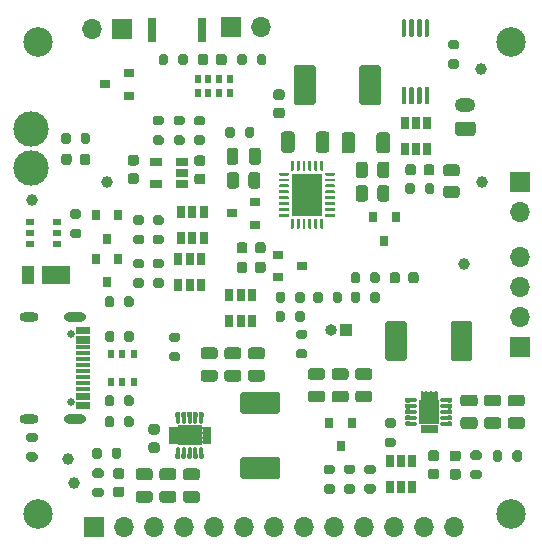
<source format=gbr>
G04 #@! TF.GenerationSoftware,KiCad,Pcbnew,(5.1.8)-1*
G04 #@! TF.CreationDate,2021-08-04T08:25:39+02:00*
G04 #@! TF.ProjectId,SuperPower-uC-KiCad,53757065-7250-46f7-9765-722d75432d4b,rev?*
G04 #@! TF.SameCoordinates,Original*
G04 #@! TF.FileFunction,Soldermask,Top*
G04 #@! TF.FilePolarity,Negative*
%FSLAX46Y46*%
G04 Gerber Fmt 4.6, Leading zero omitted, Abs format (unit mm)*
G04 Created by KiCad (PCBNEW (5.1.8)-1) date 2021-08-04 08:25:39*
%MOMM*%
%LPD*%
G01*
G04 APERTURE LIST*
%ADD10C,0.100000*%
%ADD11C,1.000000*%
%ADD12R,0.800000X0.900000*%
%ADD13R,0.900000X0.800000*%
%ADD14R,1.060000X0.650000*%
%ADD15R,0.700000X0.250000*%
%ADD16O,0.420000X0.990000*%
%ADD17C,0.600000*%
%ADD18R,2.150000X1.700000*%
%ADD19R,0.900000X0.650000*%
%ADD20R,0.600000X0.230000*%
%ADD21R,0.250000X0.700000*%
%ADD22O,0.990000X0.420000*%
%ADD23R,1.700000X2.150000*%
%ADD24R,0.650000X0.900000*%
%ADD25R,0.230000X0.600000*%
%ADD26O,1.600000X0.800000*%
%ADD27O,1.900000X0.800000*%
%ADD28R,1.150000X0.300000*%
%ADD29C,0.650000*%
%ADD30C,2.500000*%
%ADD31R,0.800000X2.000000*%
%ADD32O,1.700000X1.700000*%
%ADD33R,1.700000X1.700000*%
%ADD34R,2.650000X3.650000*%
%ADD35C,3.000000*%
%ADD36R,0.700000X0.510000*%
%ADD37O,1.000000X1.000000*%
%ADD38R,1.000000X1.000000*%
%ADD39R,0.510000X0.700000*%
%ADD40R,0.650000X1.060000*%
%ADD41R,1.050000X1.500000*%
%ADD42R,2.400000X1.500000*%
%ADD43R,0.500000X0.800000*%
%ADD44O,1.750000X1.200000*%
G04 APERTURE END LIST*
D10*
G36*
X131614000Y-111675000D02*
G01*
X131614000Y-110325000D01*
X132239000Y-110325000D01*
X132239000Y-111675000D01*
X131614000Y-111675000D01*
G37*
X131614000Y-111675000D02*
X131614000Y-110325000D01*
X132239000Y-110325000D01*
X132239000Y-111675000D01*
X131614000Y-111675000D01*
G36*
X134439000Y-111675000D02*
G01*
X134439000Y-110325000D01*
X135064000Y-110325000D01*
X135064000Y-111675000D01*
X134439000Y-111675000D01*
G37*
X134439000Y-111675000D02*
X134439000Y-110325000D01*
X135064000Y-110325000D01*
X135064000Y-111675000D01*
X134439000Y-111675000D01*
G36*
X154264000Y-110740000D02*
G01*
X152914000Y-110740000D01*
X152914000Y-110115000D01*
X154264000Y-110115000D01*
X154264000Y-110740000D01*
G37*
X154264000Y-110740000D02*
X152914000Y-110740000D01*
X152914000Y-110115000D01*
X154264000Y-110115000D01*
X154264000Y-110740000D01*
G36*
X154264000Y-107915000D02*
G01*
X152914000Y-107915000D01*
X152914000Y-107290000D01*
X154264000Y-107290000D01*
X154264000Y-107915000D01*
G37*
X154264000Y-107915000D02*
X152914000Y-107915000D01*
X152914000Y-107290000D01*
X154264000Y-107290000D01*
X154264000Y-107915000D01*
G36*
G01*
X149239000Y-88965001D02*
X149239000Y-88064999D01*
G75*
G02*
X149488999Y-87815000I249999J0D01*
G01*
X150014001Y-87815000D01*
G75*
G02*
X150264000Y-88064999I0J-249999D01*
G01*
X150264000Y-88965001D01*
G75*
G02*
X150014001Y-89215000I-249999J0D01*
G01*
X149488999Y-89215000D01*
G75*
G02*
X149239000Y-88965001I0J249999D01*
G01*
G37*
G36*
G01*
X147414000Y-88965001D02*
X147414000Y-88064999D01*
G75*
G02*
X147663999Y-87815000I249999J0D01*
G01*
X148189001Y-87815000D01*
G75*
G02*
X148439000Y-88064999I0J-249999D01*
G01*
X148439000Y-88965001D01*
G75*
G02*
X148189001Y-89215000I-249999J0D01*
G01*
X147663999Y-89215000D01*
G75*
G02*
X147414000Y-88965001I0J249999D01*
G01*
G37*
G36*
G01*
X149239000Y-90965001D02*
X149239000Y-90064999D01*
G75*
G02*
X149488999Y-89815000I249999J0D01*
G01*
X150014001Y-89815000D01*
G75*
G02*
X150264000Y-90064999I0J-249999D01*
G01*
X150264000Y-90965001D01*
G75*
G02*
X150014001Y-91215000I-249999J0D01*
G01*
X149488999Y-91215000D01*
G75*
G02*
X149239000Y-90965001I0J249999D01*
G01*
G37*
G36*
G01*
X147414000Y-90965001D02*
X147414000Y-90064999D01*
G75*
G02*
X147663999Y-89815000I249999J0D01*
G01*
X148189001Y-89815000D01*
G75*
G02*
X148439000Y-90064999I0J-249999D01*
G01*
X148439000Y-90965001D01*
G75*
G02*
X148189001Y-91215000I-249999J0D01*
G01*
X147663999Y-91215000D01*
G75*
G02*
X147414000Y-90965001I0J249999D01*
G01*
G37*
D11*
X126339000Y-89515000D03*
D12*
X149839000Y-94515000D03*
X148889000Y-92515000D03*
X150789000Y-92515000D03*
D13*
X136922000Y-92202000D03*
X138922000Y-91252000D03*
X138922000Y-93152000D03*
D14*
X130472000Y-89723000D03*
X130472000Y-87823000D03*
X132672000Y-87823000D03*
X132672000Y-88773000D03*
X132672000Y-89723000D03*
D15*
X131914000Y-110400000D03*
X131914000Y-111600000D03*
X134764000Y-110400000D03*
X134764000Y-111600000D03*
D16*
X134339000Y-109525000D03*
X133839000Y-109525000D03*
G36*
G01*
X133199000Y-109030000D02*
X133479000Y-109030000D01*
G75*
G02*
X133549000Y-109100000I0J-70000D01*
G01*
X133549000Y-109380000D01*
G75*
G02*
X133479000Y-109450000I-70000J0D01*
G01*
X133199000Y-109450000D01*
G75*
G02*
X133129000Y-109380000I0J70000D01*
G01*
X133129000Y-109100000D01*
G75*
G02*
X133199000Y-109030000I70000J0D01*
G01*
G37*
X132839000Y-109525000D03*
G36*
G01*
X132199000Y-109030000D02*
X132479000Y-109030000D01*
G75*
G02*
X132549000Y-109100000I0J-70000D01*
G01*
X132549000Y-109380000D01*
G75*
G02*
X132479000Y-109450000I-70000J0D01*
G01*
X132199000Y-109450000D01*
G75*
G02*
X132129000Y-109380000I0J70000D01*
G01*
X132129000Y-109100000D01*
G75*
G02*
X132199000Y-109030000I70000J0D01*
G01*
G37*
X132339000Y-112475000D03*
X132839000Y-112475000D03*
G36*
G01*
X133199000Y-112550000D02*
X133479000Y-112550000D01*
G75*
G02*
X133549000Y-112620000I0J-70000D01*
G01*
X133549000Y-112900000D01*
G75*
G02*
X133479000Y-112970000I-70000J0D01*
G01*
X133199000Y-112970000D01*
G75*
G02*
X133129000Y-112900000I0J70000D01*
G01*
X133129000Y-112620000D01*
G75*
G02*
X133199000Y-112550000I70000J0D01*
G01*
G37*
G36*
G01*
X133699000Y-112550000D02*
X133979000Y-112550000D01*
G75*
G02*
X134049000Y-112620000I0J-70000D01*
G01*
X134049000Y-112900000D01*
G75*
G02*
X133979000Y-112970000I-70000J0D01*
G01*
X133699000Y-112970000D01*
G75*
G02*
X133629000Y-112900000I0J70000D01*
G01*
X133629000Y-112620000D01*
G75*
G02*
X133699000Y-112550000I70000J0D01*
G01*
G37*
G36*
G01*
X134199000Y-112550000D02*
X134479000Y-112550000D01*
G75*
G02*
X134549000Y-112620000I0J-70000D01*
G01*
X134549000Y-112900000D01*
G75*
G02*
X134479000Y-112970000I-70000J0D01*
G01*
X134199000Y-112970000D01*
G75*
G02*
X134129000Y-112900000I0J70000D01*
G01*
X134129000Y-112620000D01*
G75*
G02*
X134199000Y-112550000I70000J0D01*
G01*
G37*
D17*
X133339000Y-111000000D03*
X133839000Y-110500000D03*
X133839000Y-111500000D03*
X132839000Y-110500000D03*
X132839000Y-111500000D03*
D15*
X134764000Y-110800000D03*
X134764000Y-111200000D03*
X131914000Y-110800000D03*
X131914000Y-111200000D03*
D18*
X133339000Y-111000000D03*
G36*
G01*
X134199000Y-109030000D02*
X134479000Y-109030000D01*
G75*
G02*
X134549000Y-109100000I0J-70000D01*
G01*
X134549000Y-109380000D01*
G75*
G02*
X134479000Y-109450000I-70000J0D01*
G01*
X134199000Y-109450000D01*
G75*
G02*
X134129000Y-109380000I0J70000D01*
G01*
X134129000Y-109100000D01*
G75*
G02*
X134199000Y-109030000I70000J0D01*
G01*
G37*
G36*
G01*
X133699000Y-109030000D02*
X133979000Y-109030000D01*
G75*
G02*
X134049000Y-109100000I0J-70000D01*
G01*
X134049000Y-109380000D01*
G75*
G02*
X133979000Y-109450000I-70000J0D01*
G01*
X133699000Y-109450000D01*
G75*
G02*
X133629000Y-109380000I0J70000D01*
G01*
X133629000Y-109100000D01*
G75*
G02*
X133699000Y-109030000I70000J0D01*
G01*
G37*
D16*
X133339000Y-109525000D03*
G36*
G01*
X132699000Y-109030000D02*
X132979000Y-109030000D01*
G75*
G02*
X133049000Y-109100000I0J-70000D01*
G01*
X133049000Y-109380000D01*
G75*
G02*
X132979000Y-109450000I-70000J0D01*
G01*
X132699000Y-109450000D01*
G75*
G02*
X132629000Y-109380000I0J70000D01*
G01*
X132629000Y-109100000D01*
G75*
G02*
X132699000Y-109030000I70000J0D01*
G01*
G37*
X132339000Y-109525000D03*
G36*
G01*
X132199000Y-112550000D02*
X132479000Y-112550000D01*
G75*
G02*
X132549000Y-112620000I0J-70000D01*
G01*
X132549000Y-112900000D01*
G75*
G02*
X132479000Y-112970000I-70000J0D01*
G01*
X132199000Y-112970000D01*
G75*
G02*
X132129000Y-112900000I0J70000D01*
G01*
X132129000Y-112620000D01*
G75*
G02*
X132199000Y-112550000I70000J0D01*
G01*
G37*
G36*
G01*
X132699000Y-112550000D02*
X132979000Y-112550000D01*
G75*
G02*
X133049000Y-112620000I0J-70000D01*
G01*
X133049000Y-112900000D01*
G75*
G02*
X132979000Y-112970000I-70000J0D01*
G01*
X132699000Y-112970000D01*
G75*
G02*
X132629000Y-112900000I0J70000D01*
G01*
X132629000Y-112620000D01*
G75*
G02*
X132699000Y-112550000I70000J0D01*
G01*
G37*
X133339000Y-112475000D03*
X133839000Y-112475000D03*
X134339000Y-112475000D03*
D19*
X133899000Y-110565000D03*
X132779000Y-111435000D03*
X132779000Y-110565000D03*
X133899000Y-111435000D03*
D20*
X134764000Y-110400000D03*
X134764000Y-110800000D03*
X134764000Y-111200000D03*
X134764000Y-111600000D03*
X131914000Y-110400000D03*
X131914000Y-110800000D03*
X131914000Y-111200000D03*
X131914000Y-111600000D03*
D21*
X152989000Y-110440000D03*
X154189000Y-110440000D03*
X152989000Y-107590000D03*
X154189000Y-107590000D03*
D22*
X152114000Y-108015000D03*
X152114000Y-108515000D03*
G36*
G01*
X151619000Y-109155000D02*
X151619000Y-108875000D01*
G75*
G02*
X151689000Y-108805000I70000J0D01*
G01*
X151969000Y-108805000D01*
G75*
G02*
X152039000Y-108875000I0J-70000D01*
G01*
X152039000Y-109155000D01*
G75*
G02*
X151969000Y-109225000I-70000J0D01*
G01*
X151689000Y-109225000D01*
G75*
G02*
X151619000Y-109155000I0J70000D01*
G01*
G37*
X152114000Y-109515000D03*
G36*
G01*
X151619000Y-110155000D02*
X151619000Y-109875000D01*
G75*
G02*
X151689000Y-109805000I70000J0D01*
G01*
X151969000Y-109805000D01*
G75*
G02*
X152039000Y-109875000I0J-70000D01*
G01*
X152039000Y-110155000D01*
G75*
G02*
X151969000Y-110225000I-70000J0D01*
G01*
X151689000Y-110225000D01*
G75*
G02*
X151619000Y-110155000I0J70000D01*
G01*
G37*
X155064000Y-110015000D03*
X155064000Y-109515000D03*
G36*
G01*
X155139000Y-109155000D02*
X155139000Y-108875000D01*
G75*
G02*
X155209000Y-108805000I70000J0D01*
G01*
X155489000Y-108805000D01*
G75*
G02*
X155559000Y-108875000I0J-70000D01*
G01*
X155559000Y-109155000D01*
G75*
G02*
X155489000Y-109225000I-70000J0D01*
G01*
X155209000Y-109225000D01*
G75*
G02*
X155139000Y-109155000I0J70000D01*
G01*
G37*
G36*
G01*
X155139000Y-108655000D02*
X155139000Y-108375000D01*
G75*
G02*
X155209000Y-108305000I70000J0D01*
G01*
X155489000Y-108305000D01*
G75*
G02*
X155559000Y-108375000I0J-70000D01*
G01*
X155559000Y-108655000D01*
G75*
G02*
X155489000Y-108725000I-70000J0D01*
G01*
X155209000Y-108725000D01*
G75*
G02*
X155139000Y-108655000I0J70000D01*
G01*
G37*
G36*
G01*
X155139000Y-108155000D02*
X155139000Y-107875000D01*
G75*
G02*
X155209000Y-107805000I70000J0D01*
G01*
X155489000Y-107805000D01*
G75*
G02*
X155559000Y-107875000I0J-70000D01*
G01*
X155559000Y-108155000D01*
G75*
G02*
X155489000Y-108225000I-70000J0D01*
G01*
X155209000Y-108225000D01*
G75*
G02*
X155139000Y-108155000I0J70000D01*
G01*
G37*
D17*
X153589000Y-109015000D03*
X153089000Y-108515000D03*
X154089000Y-108515000D03*
X153089000Y-109515000D03*
X154089000Y-109515000D03*
D21*
X153389000Y-107590000D03*
X153789000Y-107590000D03*
X153389000Y-110440000D03*
X153789000Y-110440000D03*
D23*
X153589000Y-109015000D03*
G36*
G01*
X151619000Y-108155000D02*
X151619000Y-107875000D01*
G75*
G02*
X151689000Y-107805000I70000J0D01*
G01*
X151969000Y-107805000D01*
G75*
G02*
X152039000Y-107875000I0J-70000D01*
G01*
X152039000Y-108155000D01*
G75*
G02*
X151969000Y-108225000I-70000J0D01*
G01*
X151689000Y-108225000D01*
G75*
G02*
X151619000Y-108155000I0J70000D01*
G01*
G37*
G36*
G01*
X151619000Y-108655000D02*
X151619000Y-108375000D01*
G75*
G02*
X151689000Y-108305000I70000J0D01*
G01*
X151969000Y-108305000D01*
G75*
G02*
X152039000Y-108375000I0J-70000D01*
G01*
X152039000Y-108655000D01*
G75*
G02*
X151969000Y-108725000I-70000J0D01*
G01*
X151689000Y-108725000D01*
G75*
G02*
X151619000Y-108655000I0J70000D01*
G01*
G37*
D22*
X152114000Y-109015000D03*
G36*
G01*
X151619000Y-109655000D02*
X151619000Y-109375000D01*
G75*
G02*
X151689000Y-109305000I70000J0D01*
G01*
X151969000Y-109305000D01*
G75*
G02*
X152039000Y-109375000I0J-70000D01*
G01*
X152039000Y-109655000D01*
G75*
G02*
X151969000Y-109725000I-70000J0D01*
G01*
X151689000Y-109725000D01*
G75*
G02*
X151619000Y-109655000I0J70000D01*
G01*
G37*
X152114000Y-110015000D03*
G36*
G01*
X155139000Y-110155000D02*
X155139000Y-109875000D01*
G75*
G02*
X155209000Y-109805000I70000J0D01*
G01*
X155489000Y-109805000D01*
G75*
G02*
X155559000Y-109875000I0J-70000D01*
G01*
X155559000Y-110155000D01*
G75*
G02*
X155489000Y-110225000I-70000J0D01*
G01*
X155209000Y-110225000D01*
G75*
G02*
X155139000Y-110155000I0J70000D01*
G01*
G37*
G36*
G01*
X155139000Y-109655000D02*
X155139000Y-109375000D01*
G75*
G02*
X155209000Y-109305000I70000J0D01*
G01*
X155489000Y-109305000D01*
G75*
G02*
X155559000Y-109375000I0J-70000D01*
G01*
X155559000Y-109655000D01*
G75*
G02*
X155489000Y-109725000I-70000J0D01*
G01*
X155209000Y-109725000D01*
G75*
G02*
X155139000Y-109655000I0J70000D01*
G01*
G37*
X155064000Y-109015000D03*
X155064000Y-108515000D03*
X155064000Y-108015000D03*
D24*
X153154000Y-108455000D03*
X154024000Y-109575000D03*
X153154000Y-109575000D03*
X154024000Y-108455000D03*
D25*
X152989000Y-107590000D03*
X153389000Y-107590000D03*
X153789000Y-107590000D03*
X154189000Y-107590000D03*
X152989000Y-110440000D03*
X153389000Y-110440000D03*
X153789000Y-110440000D03*
X154189000Y-110440000D03*
G36*
G01*
X136525000Y-105450000D02*
X137475000Y-105450000D01*
G75*
G02*
X137725000Y-105700000I0J-250000D01*
G01*
X137725000Y-106200000D01*
G75*
G02*
X137475000Y-106450000I-250000J0D01*
G01*
X136525000Y-106450000D01*
G75*
G02*
X136275000Y-106200000I0J250000D01*
G01*
X136275000Y-105700000D01*
G75*
G02*
X136525000Y-105450000I250000J0D01*
G01*
G37*
G36*
G01*
X136525000Y-103550000D02*
X137475000Y-103550000D01*
G75*
G02*
X137725000Y-103800000I0J-250000D01*
G01*
X137725000Y-104300000D01*
G75*
G02*
X137475000Y-104550000I-250000J0D01*
G01*
X136525000Y-104550000D01*
G75*
G02*
X136275000Y-104300000I0J250000D01*
G01*
X136275000Y-103800000D01*
G75*
G02*
X136525000Y-103550000I250000J0D01*
G01*
G37*
G36*
G01*
X138525000Y-105450000D02*
X139475000Y-105450000D01*
G75*
G02*
X139725000Y-105700000I0J-250000D01*
G01*
X139725000Y-106200000D01*
G75*
G02*
X139475000Y-106450000I-250000J0D01*
G01*
X138525000Y-106450000D01*
G75*
G02*
X138275000Y-106200000I0J250000D01*
G01*
X138275000Y-105700000D01*
G75*
G02*
X138525000Y-105450000I250000J0D01*
G01*
G37*
G36*
G01*
X138525000Y-103550000D02*
X139475000Y-103550000D01*
G75*
G02*
X139725000Y-103800000I0J-250000D01*
G01*
X139725000Y-104300000D01*
G75*
G02*
X139475000Y-104550000I-250000J0D01*
G01*
X138525000Y-104550000D01*
G75*
G02*
X138275000Y-104300000I0J250000D01*
G01*
X138275000Y-103800000D01*
G75*
G02*
X138525000Y-103550000I250000J0D01*
G01*
G37*
G36*
G01*
X134525000Y-105450000D02*
X135475000Y-105450000D01*
G75*
G02*
X135725000Y-105700000I0J-250000D01*
G01*
X135725000Y-106200000D01*
G75*
G02*
X135475000Y-106450000I-250000J0D01*
G01*
X134525000Y-106450000D01*
G75*
G02*
X134275000Y-106200000I0J250000D01*
G01*
X134275000Y-105700000D01*
G75*
G02*
X134525000Y-105450000I250000J0D01*
G01*
G37*
G36*
G01*
X134525000Y-103550000D02*
X135475000Y-103550000D01*
G75*
G02*
X135725000Y-103800000I0J-250000D01*
G01*
X135725000Y-104300000D01*
G75*
G02*
X135475000Y-104550000I-250000J0D01*
G01*
X134525000Y-104550000D01*
G75*
G02*
X134275000Y-104300000I0J250000D01*
G01*
X134275000Y-103800000D01*
G75*
G02*
X134525000Y-103550000I250000J0D01*
G01*
G37*
G36*
G01*
X130589000Y-110940000D02*
X130089000Y-110940000D01*
G75*
G02*
X129864000Y-110715000I0J225000D01*
G01*
X129864000Y-110265000D01*
G75*
G02*
X130089000Y-110040000I225000J0D01*
G01*
X130589000Y-110040000D01*
G75*
G02*
X130814000Y-110265000I0J-225000D01*
G01*
X130814000Y-110715000D01*
G75*
G02*
X130589000Y-110940000I-225000J0D01*
G01*
G37*
G36*
G01*
X130589000Y-112490000D02*
X130089000Y-112490000D01*
G75*
G02*
X129864000Y-112265000I0J225000D01*
G01*
X129864000Y-111815000D01*
G75*
G02*
X130089000Y-111590000I225000J0D01*
G01*
X130589000Y-111590000D01*
G75*
G02*
X130814000Y-111815000I0J-225000D01*
G01*
X130814000Y-112265000D01*
G75*
G02*
X130589000Y-112490000I-225000J0D01*
G01*
G37*
G36*
G01*
X127089000Y-115340000D02*
X127589000Y-115340000D01*
G75*
G02*
X127814000Y-115565000I0J-225000D01*
G01*
X127814000Y-116015000D01*
G75*
G02*
X127589000Y-116240000I-225000J0D01*
G01*
X127089000Y-116240000D01*
G75*
G02*
X126864000Y-116015000I0J225000D01*
G01*
X126864000Y-115565000D01*
G75*
G02*
X127089000Y-115340000I225000J0D01*
G01*
G37*
G36*
G01*
X127089000Y-113790000D02*
X127589000Y-113790000D01*
G75*
G02*
X127814000Y-114015000I0J-225000D01*
G01*
X127814000Y-114465000D01*
G75*
G02*
X127589000Y-114690000I-225000J0D01*
G01*
X127089000Y-114690000D01*
G75*
G02*
X126864000Y-114465000I0J225000D01*
G01*
X126864000Y-114015000D01*
G75*
G02*
X127089000Y-113790000I225000J0D01*
G01*
G37*
G36*
G01*
X129025000Y-115700000D02*
X129975000Y-115700000D01*
G75*
G02*
X130225000Y-115950000I0J-250000D01*
G01*
X130225000Y-116450000D01*
G75*
G02*
X129975000Y-116700000I-250000J0D01*
G01*
X129025000Y-116700000D01*
G75*
G02*
X128775000Y-116450000I0J250000D01*
G01*
X128775000Y-115950000D01*
G75*
G02*
X129025000Y-115700000I250000J0D01*
G01*
G37*
G36*
G01*
X129025000Y-113800000D02*
X129975000Y-113800000D01*
G75*
G02*
X130225000Y-114050000I0J-250000D01*
G01*
X130225000Y-114550000D01*
G75*
G02*
X129975000Y-114800000I-250000J0D01*
G01*
X129025000Y-114800000D01*
G75*
G02*
X128775000Y-114550000I0J250000D01*
G01*
X128775000Y-114050000D01*
G75*
G02*
X129025000Y-113800000I250000J0D01*
G01*
G37*
G36*
G01*
X131025000Y-115700000D02*
X131975000Y-115700000D01*
G75*
G02*
X132225000Y-115950000I0J-250000D01*
G01*
X132225000Y-116450000D01*
G75*
G02*
X131975000Y-116700000I-250000J0D01*
G01*
X131025000Y-116700000D01*
G75*
G02*
X130775000Y-116450000I0J250000D01*
G01*
X130775000Y-115950000D01*
G75*
G02*
X131025000Y-115700000I250000J0D01*
G01*
G37*
G36*
G01*
X131025000Y-113800000D02*
X131975000Y-113800000D01*
G75*
G02*
X132225000Y-114050000I0J-250000D01*
G01*
X132225000Y-114550000D01*
G75*
G02*
X131975000Y-114800000I-250000J0D01*
G01*
X131025000Y-114800000D01*
G75*
G02*
X130775000Y-114550000I0J250000D01*
G01*
X130775000Y-114050000D01*
G75*
G02*
X131025000Y-113800000I250000J0D01*
G01*
G37*
G36*
G01*
X133025000Y-115700000D02*
X133975000Y-115700000D01*
G75*
G02*
X134225000Y-115950000I0J-250000D01*
G01*
X134225000Y-116450000D01*
G75*
G02*
X133975000Y-116700000I-250000J0D01*
G01*
X133025000Y-116700000D01*
G75*
G02*
X132775000Y-116450000I0J250000D01*
G01*
X132775000Y-115950000D01*
G75*
G02*
X133025000Y-115700000I250000J0D01*
G01*
G37*
G36*
G01*
X133025000Y-113800000D02*
X133975000Y-113800000D01*
G75*
G02*
X134225000Y-114050000I0J-250000D01*
G01*
X134225000Y-114550000D01*
G75*
G02*
X133975000Y-114800000I-250000J0D01*
G01*
X133025000Y-114800000D01*
G75*
G02*
X132775000Y-114550000I0J250000D01*
G01*
X132775000Y-114050000D01*
G75*
G02*
X133025000Y-113800000I250000J0D01*
G01*
G37*
G36*
G01*
X155589000Y-113840000D02*
X156089000Y-113840000D01*
G75*
G02*
X156314000Y-114065000I0J-225000D01*
G01*
X156314000Y-114515000D01*
G75*
G02*
X156089000Y-114740000I-225000J0D01*
G01*
X155589000Y-114740000D01*
G75*
G02*
X155364000Y-114515000I0J225000D01*
G01*
X155364000Y-114065000D01*
G75*
G02*
X155589000Y-113840000I225000J0D01*
G01*
G37*
G36*
G01*
X155589000Y-112290000D02*
X156089000Y-112290000D01*
G75*
G02*
X156314000Y-112515000I0J-225000D01*
G01*
X156314000Y-112965000D01*
G75*
G02*
X156089000Y-113190000I-225000J0D01*
G01*
X155589000Y-113190000D01*
G75*
G02*
X155364000Y-112965000I0J225000D01*
G01*
X155364000Y-112515000D01*
G75*
G02*
X155589000Y-112290000I225000J0D01*
G01*
G37*
G36*
G01*
X146564000Y-106315000D02*
X145614000Y-106315000D01*
G75*
G02*
X145364000Y-106065000I0J250000D01*
G01*
X145364000Y-105565000D01*
G75*
G02*
X145614000Y-105315000I250000J0D01*
G01*
X146564000Y-105315000D01*
G75*
G02*
X146814000Y-105565000I0J-250000D01*
G01*
X146814000Y-106065000D01*
G75*
G02*
X146564000Y-106315000I-250000J0D01*
G01*
G37*
G36*
G01*
X146564000Y-108215000D02*
X145614000Y-108215000D01*
G75*
G02*
X145364000Y-107965000I0J250000D01*
G01*
X145364000Y-107465000D01*
G75*
G02*
X145614000Y-107215000I250000J0D01*
G01*
X146564000Y-107215000D01*
G75*
G02*
X146814000Y-107465000I0J-250000D01*
G01*
X146814000Y-107965000D01*
G75*
G02*
X146564000Y-108215000I-250000J0D01*
G01*
G37*
G36*
G01*
X144564000Y-106315000D02*
X143614000Y-106315000D01*
G75*
G02*
X143364000Y-106065000I0J250000D01*
G01*
X143364000Y-105565000D01*
G75*
G02*
X143614000Y-105315000I250000J0D01*
G01*
X144564000Y-105315000D01*
G75*
G02*
X144814000Y-105565000I0J-250000D01*
G01*
X144814000Y-106065000D01*
G75*
G02*
X144564000Y-106315000I-250000J0D01*
G01*
G37*
G36*
G01*
X144564000Y-108215000D02*
X143614000Y-108215000D01*
G75*
G02*
X143364000Y-107965000I0J250000D01*
G01*
X143364000Y-107465000D01*
G75*
G02*
X143614000Y-107215000I250000J0D01*
G01*
X144564000Y-107215000D01*
G75*
G02*
X144814000Y-107465000I0J-250000D01*
G01*
X144814000Y-107965000D01*
G75*
G02*
X144564000Y-108215000I-250000J0D01*
G01*
G37*
G36*
G01*
X148564000Y-106315000D02*
X147614000Y-106315000D01*
G75*
G02*
X147364000Y-106065000I0J250000D01*
G01*
X147364000Y-105565000D01*
G75*
G02*
X147614000Y-105315000I250000J0D01*
G01*
X148564000Y-105315000D01*
G75*
G02*
X148814000Y-105565000I0J-250000D01*
G01*
X148814000Y-106065000D01*
G75*
G02*
X148564000Y-106315000I-250000J0D01*
G01*
G37*
G36*
G01*
X148564000Y-108215000D02*
X147614000Y-108215000D01*
G75*
G02*
X147364000Y-107965000I0J250000D01*
G01*
X147364000Y-107465000D01*
G75*
G02*
X147614000Y-107215000I250000J0D01*
G01*
X148564000Y-107215000D01*
G75*
G02*
X148814000Y-107465000I0J-250000D01*
G01*
X148814000Y-107965000D01*
G75*
G02*
X148564000Y-108215000I-250000J0D01*
G01*
G37*
G36*
G01*
X160525000Y-109450000D02*
X161475000Y-109450000D01*
G75*
G02*
X161725000Y-109700000I0J-250000D01*
G01*
X161725000Y-110200000D01*
G75*
G02*
X161475000Y-110450000I-250000J0D01*
G01*
X160525000Y-110450000D01*
G75*
G02*
X160275000Y-110200000I0J250000D01*
G01*
X160275000Y-109700000D01*
G75*
G02*
X160525000Y-109450000I250000J0D01*
G01*
G37*
G36*
G01*
X160525000Y-107550000D02*
X161475000Y-107550000D01*
G75*
G02*
X161725000Y-107800000I0J-250000D01*
G01*
X161725000Y-108300000D01*
G75*
G02*
X161475000Y-108550000I-250000J0D01*
G01*
X160525000Y-108550000D01*
G75*
G02*
X160275000Y-108300000I0J250000D01*
G01*
X160275000Y-107800000D01*
G75*
G02*
X160525000Y-107550000I250000J0D01*
G01*
G37*
G36*
G01*
X158525000Y-109450000D02*
X159475000Y-109450000D01*
G75*
G02*
X159725000Y-109700000I0J-250000D01*
G01*
X159725000Y-110200000D01*
G75*
G02*
X159475000Y-110450000I-250000J0D01*
G01*
X158525000Y-110450000D01*
G75*
G02*
X158275000Y-110200000I0J250000D01*
G01*
X158275000Y-109700000D01*
G75*
G02*
X158525000Y-109450000I250000J0D01*
G01*
G37*
G36*
G01*
X158525000Y-107550000D02*
X159475000Y-107550000D01*
G75*
G02*
X159725000Y-107800000I0J-250000D01*
G01*
X159725000Y-108300000D01*
G75*
G02*
X159475000Y-108550000I-250000J0D01*
G01*
X158525000Y-108550000D01*
G75*
G02*
X158275000Y-108300000I0J250000D01*
G01*
X158275000Y-107800000D01*
G75*
G02*
X158525000Y-107550000I250000J0D01*
G01*
G37*
G36*
G01*
X156525000Y-109450000D02*
X157475000Y-109450000D01*
G75*
G02*
X157725000Y-109700000I0J-250000D01*
G01*
X157725000Y-110200000D01*
G75*
G02*
X157475000Y-110450000I-250000J0D01*
G01*
X156525000Y-110450000D01*
G75*
G02*
X156275000Y-110200000I0J250000D01*
G01*
X156275000Y-109700000D01*
G75*
G02*
X156525000Y-109450000I250000J0D01*
G01*
G37*
G36*
G01*
X156525000Y-107550000D02*
X157475000Y-107550000D01*
G75*
G02*
X157725000Y-107800000I0J-250000D01*
G01*
X157725000Y-108300000D01*
G75*
G02*
X157475000Y-108550000I-250000J0D01*
G01*
X156525000Y-108550000D01*
G75*
G02*
X156275000Y-108300000I0J250000D01*
G01*
X156275000Y-107800000D01*
G75*
G02*
X156525000Y-107550000I250000J0D01*
G01*
G37*
D26*
X119731000Y-100958400D03*
X119781000Y-109608400D03*
D27*
X123681000Y-100958400D03*
X123681000Y-109608400D03*
D28*
X124307600Y-106059510D03*
X124307600Y-103555800D03*
X124307600Y-104056542D03*
X124307600Y-104557284D03*
X124307600Y-105058026D03*
X124307600Y-105558768D03*
X124307600Y-106560252D03*
X124307600Y-107061000D03*
X124307600Y-107543600D03*
X124307600Y-107848400D03*
X124307600Y-108343700D03*
X124307600Y-108635800D03*
X124307600Y-103060500D03*
X124307600Y-102755700D03*
X124307600Y-102260400D03*
X124307600Y-101955600D03*
D29*
X123317000Y-102412800D03*
X123317000Y-108178600D03*
G36*
G01*
X142159500Y-82858500D02*
X142159500Y-79828500D01*
G75*
G02*
X142344500Y-79643500I185000J0D01*
G01*
X143824500Y-79643500D01*
G75*
G02*
X144009500Y-79828500I0J-185000D01*
G01*
X144009500Y-82858500D01*
G75*
G02*
X143824500Y-83043500I-185000J0D01*
G01*
X142344500Y-83043500D01*
G75*
G02*
X142159500Y-82858500I0J185000D01*
G01*
G37*
G36*
G01*
X147709500Y-82858500D02*
X147709500Y-79828500D01*
G75*
G02*
X147894500Y-79643500I185000J0D01*
G01*
X149374500Y-79643500D01*
G75*
G02*
X149559500Y-79828500I0J-185000D01*
G01*
X149559500Y-82858500D01*
G75*
G02*
X149374500Y-83043500I-185000J0D01*
G01*
X147894500Y-83043500D01*
G75*
G02*
X147709500Y-82858500I0J185000D01*
G01*
G37*
D30*
X120523000Y-117678200D03*
X160528000Y-117678200D03*
X160528000Y-77673200D03*
X120523000Y-77673200D03*
D31*
X134366000Y-76708000D03*
X130175000Y-76708000D03*
D32*
X161290000Y-95885000D03*
X161290000Y-98425000D03*
X161290000Y-100965000D03*
D33*
X161290000Y-103505000D03*
D11*
X120015000Y-91059000D03*
X157988000Y-80010000D03*
X156589000Y-96515000D03*
X123589000Y-115015000D03*
X123089000Y-113015000D03*
X158089000Y-89515000D03*
D34*
X143281400Y-90627200D03*
G36*
G01*
X141906400Y-88539700D02*
X141906400Y-87814700D01*
G75*
G02*
X141968900Y-87752200I62500J0D01*
G01*
X142093900Y-87752200D01*
G75*
G02*
X142156400Y-87814700I0J-62500D01*
G01*
X142156400Y-88539700D01*
G75*
G02*
X142093900Y-88602200I-62500J0D01*
G01*
X141968900Y-88602200D01*
G75*
G02*
X141906400Y-88539700I0J62500D01*
G01*
G37*
G36*
G01*
X142406400Y-88539700D02*
X142406400Y-87814700D01*
G75*
G02*
X142468900Y-87752200I62500J0D01*
G01*
X142593900Y-87752200D01*
G75*
G02*
X142656400Y-87814700I0J-62500D01*
G01*
X142656400Y-88539700D01*
G75*
G02*
X142593900Y-88602200I-62500J0D01*
G01*
X142468900Y-88602200D01*
G75*
G02*
X142406400Y-88539700I0J62500D01*
G01*
G37*
G36*
G01*
X142906400Y-88539700D02*
X142906400Y-87814700D01*
G75*
G02*
X142968900Y-87752200I62500J0D01*
G01*
X143093900Y-87752200D01*
G75*
G02*
X143156400Y-87814700I0J-62500D01*
G01*
X143156400Y-88539700D01*
G75*
G02*
X143093900Y-88602200I-62500J0D01*
G01*
X142968900Y-88602200D01*
G75*
G02*
X142906400Y-88539700I0J62500D01*
G01*
G37*
G36*
G01*
X143406400Y-88539700D02*
X143406400Y-87814700D01*
G75*
G02*
X143468900Y-87752200I62500J0D01*
G01*
X143593900Y-87752200D01*
G75*
G02*
X143656400Y-87814700I0J-62500D01*
G01*
X143656400Y-88539700D01*
G75*
G02*
X143593900Y-88602200I-62500J0D01*
G01*
X143468900Y-88602200D01*
G75*
G02*
X143406400Y-88539700I0J62500D01*
G01*
G37*
G36*
G01*
X143906400Y-88539700D02*
X143906400Y-87814700D01*
G75*
G02*
X143968900Y-87752200I62500J0D01*
G01*
X144093900Y-87752200D01*
G75*
G02*
X144156400Y-87814700I0J-62500D01*
G01*
X144156400Y-88539700D01*
G75*
G02*
X144093900Y-88602200I-62500J0D01*
G01*
X143968900Y-88602200D01*
G75*
G02*
X143906400Y-88539700I0J62500D01*
G01*
G37*
G36*
G01*
X144406400Y-88539700D02*
X144406400Y-87814700D01*
G75*
G02*
X144468900Y-87752200I62500J0D01*
G01*
X144593900Y-87752200D01*
G75*
G02*
X144656400Y-87814700I0J-62500D01*
G01*
X144656400Y-88539700D01*
G75*
G02*
X144593900Y-88602200I-62500J0D01*
G01*
X144468900Y-88602200D01*
G75*
G02*
X144406400Y-88539700I0J62500D01*
G01*
G37*
G36*
G01*
X144806400Y-88939700D02*
X144806400Y-88814700D01*
G75*
G02*
X144868900Y-88752200I62500J0D01*
G01*
X145593900Y-88752200D01*
G75*
G02*
X145656400Y-88814700I0J-62500D01*
G01*
X145656400Y-88939700D01*
G75*
G02*
X145593900Y-89002200I-62500J0D01*
G01*
X144868900Y-89002200D01*
G75*
G02*
X144806400Y-88939700I0J62500D01*
G01*
G37*
G36*
G01*
X144806400Y-89439700D02*
X144806400Y-89314700D01*
G75*
G02*
X144868900Y-89252200I62500J0D01*
G01*
X145593900Y-89252200D01*
G75*
G02*
X145656400Y-89314700I0J-62500D01*
G01*
X145656400Y-89439700D01*
G75*
G02*
X145593900Y-89502200I-62500J0D01*
G01*
X144868900Y-89502200D01*
G75*
G02*
X144806400Y-89439700I0J62500D01*
G01*
G37*
G36*
G01*
X144806400Y-89939700D02*
X144806400Y-89814700D01*
G75*
G02*
X144868900Y-89752200I62500J0D01*
G01*
X145593900Y-89752200D01*
G75*
G02*
X145656400Y-89814700I0J-62500D01*
G01*
X145656400Y-89939700D01*
G75*
G02*
X145593900Y-90002200I-62500J0D01*
G01*
X144868900Y-90002200D01*
G75*
G02*
X144806400Y-89939700I0J62500D01*
G01*
G37*
G36*
G01*
X144806400Y-90439700D02*
X144806400Y-90314700D01*
G75*
G02*
X144868900Y-90252200I62500J0D01*
G01*
X145593900Y-90252200D01*
G75*
G02*
X145656400Y-90314700I0J-62500D01*
G01*
X145656400Y-90439700D01*
G75*
G02*
X145593900Y-90502200I-62500J0D01*
G01*
X144868900Y-90502200D01*
G75*
G02*
X144806400Y-90439700I0J62500D01*
G01*
G37*
G36*
G01*
X144806400Y-90939700D02*
X144806400Y-90814700D01*
G75*
G02*
X144868900Y-90752200I62500J0D01*
G01*
X145593900Y-90752200D01*
G75*
G02*
X145656400Y-90814700I0J-62500D01*
G01*
X145656400Y-90939700D01*
G75*
G02*
X145593900Y-91002200I-62500J0D01*
G01*
X144868900Y-91002200D01*
G75*
G02*
X144806400Y-90939700I0J62500D01*
G01*
G37*
G36*
G01*
X144806400Y-91439700D02*
X144806400Y-91314700D01*
G75*
G02*
X144868900Y-91252200I62500J0D01*
G01*
X145593900Y-91252200D01*
G75*
G02*
X145656400Y-91314700I0J-62500D01*
G01*
X145656400Y-91439700D01*
G75*
G02*
X145593900Y-91502200I-62500J0D01*
G01*
X144868900Y-91502200D01*
G75*
G02*
X144806400Y-91439700I0J62500D01*
G01*
G37*
G36*
G01*
X144806400Y-91939700D02*
X144806400Y-91814700D01*
G75*
G02*
X144868900Y-91752200I62500J0D01*
G01*
X145593900Y-91752200D01*
G75*
G02*
X145656400Y-91814700I0J-62500D01*
G01*
X145656400Y-91939700D01*
G75*
G02*
X145593900Y-92002200I-62500J0D01*
G01*
X144868900Y-92002200D01*
G75*
G02*
X144806400Y-91939700I0J62500D01*
G01*
G37*
G36*
G01*
X144806400Y-92439700D02*
X144806400Y-92314700D01*
G75*
G02*
X144868900Y-92252200I62500J0D01*
G01*
X145593900Y-92252200D01*
G75*
G02*
X145656400Y-92314700I0J-62500D01*
G01*
X145656400Y-92439700D01*
G75*
G02*
X145593900Y-92502200I-62500J0D01*
G01*
X144868900Y-92502200D01*
G75*
G02*
X144806400Y-92439700I0J62500D01*
G01*
G37*
G36*
G01*
X144406400Y-93439700D02*
X144406400Y-92714700D01*
G75*
G02*
X144468900Y-92652200I62500J0D01*
G01*
X144593900Y-92652200D01*
G75*
G02*
X144656400Y-92714700I0J-62500D01*
G01*
X144656400Y-93439700D01*
G75*
G02*
X144593900Y-93502200I-62500J0D01*
G01*
X144468900Y-93502200D01*
G75*
G02*
X144406400Y-93439700I0J62500D01*
G01*
G37*
G36*
G01*
X143906400Y-93439700D02*
X143906400Y-92714700D01*
G75*
G02*
X143968900Y-92652200I62500J0D01*
G01*
X144093900Y-92652200D01*
G75*
G02*
X144156400Y-92714700I0J-62500D01*
G01*
X144156400Y-93439700D01*
G75*
G02*
X144093900Y-93502200I-62500J0D01*
G01*
X143968900Y-93502200D01*
G75*
G02*
X143906400Y-93439700I0J62500D01*
G01*
G37*
G36*
G01*
X143406400Y-93439700D02*
X143406400Y-92714700D01*
G75*
G02*
X143468900Y-92652200I62500J0D01*
G01*
X143593900Y-92652200D01*
G75*
G02*
X143656400Y-92714700I0J-62500D01*
G01*
X143656400Y-93439700D01*
G75*
G02*
X143593900Y-93502200I-62500J0D01*
G01*
X143468900Y-93502200D01*
G75*
G02*
X143406400Y-93439700I0J62500D01*
G01*
G37*
G36*
G01*
X142906400Y-93439700D02*
X142906400Y-92714700D01*
G75*
G02*
X142968900Y-92652200I62500J0D01*
G01*
X143093900Y-92652200D01*
G75*
G02*
X143156400Y-92714700I0J-62500D01*
G01*
X143156400Y-93439700D01*
G75*
G02*
X143093900Y-93502200I-62500J0D01*
G01*
X142968900Y-93502200D01*
G75*
G02*
X142906400Y-93439700I0J62500D01*
G01*
G37*
G36*
G01*
X142406400Y-93439700D02*
X142406400Y-92714700D01*
G75*
G02*
X142468900Y-92652200I62500J0D01*
G01*
X142593900Y-92652200D01*
G75*
G02*
X142656400Y-92714700I0J-62500D01*
G01*
X142656400Y-93439700D01*
G75*
G02*
X142593900Y-93502200I-62500J0D01*
G01*
X142468900Y-93502200D01*
G75*
G02*
X142406400Y-93439700I0J62500D01*
G01*
G37*
G36*
G01*
X141906400Y-93439700D02*
X141906400Y-92714700D01*
G75*
G02*
X141968900Y-92652200I62500J0D01*
G01*
X142093900Y-92652200D01*
G75*
G02*
X142156400Y-92714700I0J-62500D01*
G01*
X142156400Y-93439700D01*
G75*
G02*
X142093900Y-93502200I-62500J0D01*
G01*
X141968900Y-93502200D01*
G75*
G02*
X141906400Y-93439700I0J62500D01*
G01*
G37*
G36*
G01*
X140906400Y-92439700D02*
X140906400Y-92314700D01*
G75*
G02*
X140968900Y-92252200I62500J0D01*
G01*
X141693900Y-92252200D01*
G75*
G02*
X141756400Y-92314700I0J-62500D01*
G01*
X141756400Y-92439700D01*
G75*
G02*
X141693900Y-92502200I-62500J0D01*
G01*
X140968900Y-92502200D01*
G75*
G02*
X140906400Y-92439700I0J62500D01*
G01*
G37*
G36*
G01*
X140906400Y-91939700D02*
X140906400Y-91814700D01*
G75*
G02*
X140968900Y-91752200I62500J0D01*
G01*
X141693900Y-91752200D01*
G75*
G02*
X141756400Y-91814700I0J-62500D01*
G01*
X141756400Y-91939700D01*
G75*
G02*
X141693900Y-92002200I-62500J0D01*
G01*
X140968900Y-92002200D01*
G75*
G02*
X140906400Y-91939700I0J62500D01*
G01*
G37*
G36*
G01*
X140906400Y-91439700D02*
X140906400Y-91314700D01*
G75*
G02*
X140968900Y-91252200I62500J0D01*
G01*
X141693900Y-91252200D01*
G75*
G02*
X141756400Y-91314700I0J-62500D01*
G01*
X141756400Y-91439700D01*
G75*
G02*
X141693900Y-91502200I-62500J0D01*
G01*
X140968900Y-91502200D01*
G75*
G02*
X140906400Y-91439700I0J62500D01*
G01*
G37*
G36*
G01*
X140906400Y-90939700D02*
X140906400Y-90814700D01*
G75*
G02*
X140968900Y-90752200I62500J0D01*
G01*
X141693900Y-90752200D01*
G75*
G02*
X141756400Y-90814700I0J-62500D01*
G01*
X141756400Y-90939700D01*
G75*
G02*
X141693900Y-91002200I-62500J0D01*
G01*
X140968900Y-91002200D01*
G75*
G02*
X140906400Y-90939700I0J62500D01*
G01*
G37*
G36*
G01*
X140906400Y-90439700D02*
X140906400Y-90314700D01*
G75*
G02*
X140968900Y-90252200I62500J0D01*
G01*
X141693900Y-90252200D01*
G75*
G02*
X141756400Y-90314700I0J-62500D01*
G01*
X141756400Y-90439700D01*
G75*
G02*
X141693900Y-90502200I-62500J0D01*
G01*
X140968900Y-90502200D01*
G75*
G02*
X140906400Y-90439700I0J62500D01*
G01*
G37*
G36*
G01*
X140906400Y-89939700D02*
X140906400Y-89814700D01*
G75*
G02*
X140968900Y-89752200I62500J0D01*
G01*
X141693900Y-89752200D01*
G75*
G02*
X141756400Y-89814700I0J-62500D01*
G01*
X141756400Y-89939700D01*
G75*
G02*
X141693900Y-90002200I-62500J0D01*
G01*
X140968900Y-90002200D01*
G75*
G02*
X140906400Y-89939700I0J62500D01*
G01*
G37*
G36*
G01*
X140906400Y-89439700D02*
X140906400Y-89314700D01*
G75*
G02*
X140968900Y-89252200I62500J0D01*
G01*
X141693900Y-89252200D01*
G75*
G02*
X141756400Y-89314700I0J-62500D01*
G01*
X141756400Y-89439700D01*
G75*
G02*
X141693900Y-89502200I-62500J0D01*
G01*
X140968900Y-89502200D01*
G75*
G02*
X140906400Y-89439700I0J62500D01*
G01*
G37*
G36*
G01*
X140906400Y-88939700D02*
X140906400Y-88814700D01*
G75*
G02*
X140968900Y-88752200I62500J0D01*
G01*
X141693900Y-88752200D01*
G75*
G02*
X141756400Y-88814700I0J-62500D01*
G01*
X141756400Y-88939700D01*
G75*
G02*
X141693900Y-89002200I-62500J0D01*
G01*
X140968900Y-89002200D01*
G75*
G02*
X140906400Y-88939700I0J62500D01*
G01*
G37*
D35*
X119888000Y-85090000D03*
X119888000Y-88392000D03*
D36*
X122127500Y-92903000D03*
X122127500Y-93853000D03*
X122127500Y-94803000D03*
X119807500Y-94803000D03*
X119807500Y-93853000D03*
X119807500Y-92903000D03*
D32*
X155702000Y-118745000D03*
X153162000Y-118745000D03*
X150622000Y-118745000D03*
X148082000Y-118745000D03*
X145542000Y-118745000D03*
X143002000Y-118745000D03*
X140462000Y-118745000D03*
X137922000Y-118745000D03*
X135382000Y-118745000D03*
X132842000Y-118745000D03*
X130302000Y-118745000D03*
X127762000Y-118745000D03*
D33*
X125222000Y-118745000D03*
D13*
X126190500Y-81280000D03*
X128190500Y-80330000D03*
X128190500Y-82230000D03*
G36*
G01*
X145436000Y-114281400D02*
X144886000Y-114281400D01*
G75*
G02*
X144686000Y-114081400I0J200000D01*
G01*
X144686000Y-113681400D01*
G75*
G02*
X144886000Y-113481400I200000J0D01*
G01*
X145436000Y-113481400D01*
G75*
G02*
X145636000Y-113681400I0J-200000D01*
G01*
X145636000Y-114081400D01*
G75*
G02*
X145436000Y-114281400I-200000J0D01*
G01*
G37*
G36*
G01*
X145436000Y-115931400D02*
X144886000Y-115931400D01*
G75*
G02*
X144686000Y-115731400I0J200000D01*
G01*
X144686000Y-115331400D01*
G75*
G02*
X144886000Y-115131400I200000J0D01*
G01*
X145436000Y-115131400D01*
G75*
G02*
X145636000Y-115331400I0J-200000D01*
G01*
X145636000Y-115731400D01*
G75*
G02*
X145436000Y-115931400I-200000J0D01*
G01*
G37*
X142859000Y-96647000D03*
X140859000Y-97597000D03*
X140859000Y-95697000D03*
D32*
X161290000Y-92075000D03*
D33*
X161290000Y-89535000D03*
D37*
X145288000Y-102108000D03*
D38*
X146558000Y-102108000D03*
G36*
G01*
X141079000Y-86819501D02*
X141079000Y-85519499D01*
G75*
G02*
X141328999Y-85269500I249999J0D01*
G01*
X141979001Y-85269500D01*
G75*
G02*
X142229000Y-85519499I0J-249999D01*
G01*
X142229000Y-86819501D01*
G75*
G02*
X141979001Y-87069500I-249999J0D01*
G01*
X141328999Y-87069500D01*
G75*
G02*
X141079000Y-86819501I0J249999D01*
G01*
G37*
G36*
G01*
X144029000Y-86819501D02*
X144029000Y-85519499D01*
G75*
G02*
X144278999Y-85269500I249999J0D01*
G01*
X144929001Y-85269500D01*
G75*
G02*
X145179000Y-85519499I0J-249999D01*
G01*
X145179000Y-86819501D01*
G75*
G02*
X144929001Y-87069500I-249999J0D01*
G01*
X144278999Y-87069500D01*
G75*
G02*
X144029000Y-86819501I0J249999D01*
G01*
G37*
D39*
X126697700Y-104148400D03*
X127647700Y-104148400D03*
X128597700Y-104148400D03*
X128597700Y-106468400D03*
X127647700Y-106468400D03*
X126697700Y-106468400D03*
G36*
G01*
X147163200Y-114281400D02*
X146613200Y-114281400D01*
G75*
G02*
X146413200Y-114081400I0J200000D01*
G01*
X146413200Y-113681400D01*
G75*
G02*
X146613200Y-113481400I200000J0D01*
G01*
X147163200Y-113481400D01*
G75*
G02*
X147363200Y-113681400I0J-200000D01*
G01*
X147363200Y-114081400D01*
G75*
G02*
X147163200Y-114281400I-200000J0D01*
G01*
G37*
G36*
G01*
X147163200Y-115931400D02*
X146613200Y-115931400D01*
G75*
G02*
X146413200Y-115731400I0J200000D01*
G01*
X146413200Y-115331400D01*
G75*
G02*
X146613200Y-115131400I200000J0D01*
G01*
X147163200Y-115131400D01*
G75*
G02*
X147363200Y-115331400I0J-200000D01*
G01*
X147363200Y-115731400D01*
G75*
G02*
X147163200Y-115931400I-200000J0D01*
G01*
G37*
G36*
G01*
X148340400Y-115131400D02*
X148890400Y-115131400D01*
G75*
G02*
X149090400Y-115331400I0J-200000D01*
G01*
X149090400Y-115731400D01*
G75*
G02*
X148890400Y-115931400I-200000J0D01*
G01*
X148340400Y-115931400D01*
G75*
G02*
X148140400Y-115731400I0J200000D01*
G01*
X148140400Y-115331400D01*
G75*
G02*
X148340400Y-115131400I200000J0D01*
G01*
G37*
G36*
G01*
X148340400Y-113481400D02*
X148890400Y-113481400D01*
G75*
G02*
X149090400Y-113681400I0J-200000D01*
G01*
X149090400Y-114081400D01*
G75*
G02*
X148890400Y-114281400I-200000J0D01*
G01*
X148340400Y-114281400D01*
G75*
G02*
X148140400Y-114081400I0J200000D01*
G01*
X148140400Y-113681400D01*
G75*
G02*
X148340400Y-113481400I200000J0D01*
G01*
G37*
G36*
G01*
X130408000Y-85603900D02*
X130958000Y-85603900D01*
G75*
G02*
X131158000Y-85803900I0J-200000D01*
G01*
X131158000Y-86203900D01*
G75*
G02*
X130958000Y-86403900I-200000J0D01*
G01*
X130408000Y-86403900D01*
G75*
G02*
X130208000Y-86203900I0J200000D01*
G01*
X130208000Y-85803900D01*
G75*
G02*
X130408000Y-85603900I200000J0D01*
G01*
G37*
G36*
G01*
X130408000Y-83953900D02*
X130958000Y-83953900D01*
G75*
G02*
X131158000Y-84153900I0J-200000D01*
G01*
X131158000Y-84553900D01*
G75*
G02*
X130958000Y-84753900I-200000J0D01*
G01*
X130408000Y-84753900D01*
G75*
G02*
X130208000Y-84553900I0J200000D01*
G01*
X130208000Y-84153900D01*
G75*
G02*
X130408000Y-83953900I200000J0D01*
G01*
G37*
D40*
X151257000Y-115400000D03*
X152207000Y-115400000D03*
X150307000Y-115400000D03*
X150307000Y-113200000D03*
X151257000Y-113200000D03*
X152207000Y-113200000D03*
D12*
X146126200Y-111934500D03*
X145176200Y-109934500D03*
X147076200Y-109934500D03*
G36*
G01*
X128324800Y-88805900D02*
X128824800Y-88805900D01*
G75*
G02*
X129049800Y-89030900I0J-225000D01*
G01*
X129049800Y-89480900D01*
G75*
G02*
X128824800Y-89705900I-225000J0D01*
G01*
X128324800Y-89705900D01*
G75*
G02*
X128099800Y-89480900I0J225000D01*
G01*
X128099800Y-89030900D01*
G75*
G02*
X128324800Y-88805900I225000J0D01*
G01*
G37*
G36*
G01*
X128324800Y-87255900D02*
X128824800Y-87255900D01*
G75*
G02*
X129049800Y-87480900I0J-225000D01*
G01*
X129049800Y-87930900D01*
G75*
G02*
X128824800Y-88155900I-225000J0D01*
G01*
X128324800Y-88155900D01*
G75*
G02*
X128099800Y-87930900I0J225000D01*
G01*
X128099800Y-87480900D01*
G75*
G02*
X128324800Y-87255900I225000J0D01*
G01*
G37*
G36*
G01*
X133963600Y-88844000D02*
X134463600Y-88844000D01*
G75*
G02*
X134688600Y-89069000I0J-225000D01*
G01*
X134688600Y-89519000D01*
G75*
G02*
X134463600Y-89744000I-225000J0D01*
G01*
X133963600Y-89744000D01*
G75*
G02*
X133738600Y-89519000I0J225000D01*
G01*
X133738600Y-89069000D01*
G75*
G02*
X133963600Y-88844000I225000J0D01*
G01*
G37*
G36*
G01*
X133963600Y-87294000D02*
X134463600Y-87294000D01*
G75*
G02*
X134688600Y-87519000I0J-225000D01*
G01*
X134688600Y-87969000D01*
G75*
G02*
X134463600Y-88194000I-225000J0D01*
G01*
X133963600Y-88194000D01*
G75*
G02*
X133738600Y-87969000I0J225000D01*
G01*
X133738600Y-87519000D01*
G75*
G02*
X133963600Y-87294000I225000J0D01*
G01*
G37*
D41*
X119633000Y-97409000D03*
D42*
X122008000Y-97409000D03*
D12*
X127315000Y-96028000D03*
X125415000Y-96028000D03*
X126365000Y-98028000D03*
G36*
G01*
X139347000Y-88957998D02*
X139347000Y-89858002D01*
G75*
G02*
X139097002Y-90108000I-249998J0D01*
G01*
X138571998Y-90108000D01*
G75*
G02*
X138322000Y-89858002I0J249998D01*
G01*
X138322000Y-88957998D01*
G75*
G02*
X138571998Y-88708000I249998J0D01*
G01*
X139097002Y-88708000D01*
G75*
G02*
X139347000Y-88957998I0J-249998D01*
G01*
G37*
G36*
G01*
X137522000Y-88957998D02*
X137522000Y-89858002D01*
G75*
G02*
X137272002Y-90108000I-249998J0D01*
G01*
X136746998Y-90108000D01*
G75*
G02*
X136497000Y-89858002I0J249998D01*
G01*
X136497000Y-88957998D01*
G75*
G02*
X136746998Y-88708000I249998J0D01*
G01*
X137272002Y-88708000D01*
G75*
G02*
X137522000Y-88957998I0J-249998D01*
G01*
G37*
G36*
G01*
X141434000Y-99039000D02*
X141434000Y-99589000D01*
G75*
G02*
X141234000Y-99789000I-200000J0D01*
G01*
X140834000Y-99789000D01*
G75*
G02*
X140634000Y-99589000I0J200000D01*
G01*
X140634000Y-99039000D01*
G75*
G02*
X140834000Y-98839000I200000J0D01*
G01*
X141234000Y-98839000D01*
G75*
G02*
X141434000Y-99039000I0J-200000D01*
G01*
G37*
G36*
G01*
X143084000Y-99039000D02*
X143084000Y-99589000D01*
G75*
G02*
X142884000Y-99789000I-200000J0D01*
G01*
X142484000Y-99789000D01*
G75*
G02*
X142284000Y-99589000I0J200000D01*
G01*
X142284000Y-99039000D01*
G75*
G02*
X142484000Y-98839000I200000J0D01*
G01*
X142884000Y-98839000D01*
G75*
G02*
X143084000Y-99039000I0J-200000D01*
G01*
G37*
X127315000Y-92345000D03*
X125415000Y-92345000D03*
X126365000Y-94345000D03*
D43*
X134032000Y-80807000D03*
X134932000Y-80807000D03*
X135832000Y-80807000D03*
X136732000Y-80807000D03*
X136732000Y-82007000D03*
X135832000Y-82007000D03*
X134932000Y-82007000D03*
X134032000Y-82007000D03*
G36*
G01*
X132364000Y-103090000D02*
X131814000Y-103090000D01*
G75*
G02*
X131614000Y-102890000I0J200000D01*
G01*
X131614000Y-102490000D01*
G75*
G02*
X131814000Y-102290000I200000J0D01*
G01*
X132364000Y-102290000D01*
G75*
G02*
X132564000Y-102490000I0J-200000D01*
G01*
X132564000Y-102890000D01*
G75*
G02*
X132364000Y-103090000I-200000J0D01*
G01*
G37*
G36*
G01*
X132364000Y-104740000D02*
X131814000Y-104740000D01*
G75*
G02*
X131614000Y-104540000I0J200000D01*
G01*
X131614000Y-104140000D01*
G75*
G02*
X131814000Y-103940000I200000J0D01*
G01*
X132364000Y-103940000D01*
G75*
G02*
X132564000Y-104140000I0J-200000D01*
G01*
X132564000Y-104540000D01*
G75*
G02*
X132364000Y-104740000I-200000J0D01*
G01*
G37*
G36*
G01*
X125864000Y-114590000D02*
X125314000Y-114590000D01*
G75*
G02*
X125114000Y-114390000I0J200000D01*
G01*
X125114000Y-113990000D01*
G75*
G02*
X125314000Y-113790000I200000J0D01*
G01*
X125864000Y-113790000D01*
G75*
G02*
X126064000Y-113990000I0J-200000D01*
G01*
X126064000Y-114390000D01*
G75*
G02*
X125864000Y-114590000I-200000J0D01*
G01*
G37*
G36*
G01*
X125864000Y-116240000D02*
X125314000Y-116240000D01*
G75*
G02*
X125114000Y-116040000I0J200000D01*
G01*
X125114000Y-115640000D01*
G75*
G02*
X125314000Y-115440000I200000J0D01*
G01*
X125864000Y-115440000D01*
G75*
G02*
X126064000Y-115640000I0J-200000D01*
G01*
X126064000Y-116040000D01*
G75*
G02*
X125864000Y-116240000I-200000J0D01*
G01*
G37*
G36*
G01*
X125914000Y-112240000D02*
X125914000Y-112790000D01*
G75*
G02*
X125714000Y-112990000I-200000J0D01*
G01*
X125314000Y-112990000D01*
G75*
G02*
X125114000Y-112790000I0J200000D01*
G01*
X125114000Y-112240000D01*
G75*
G02*
X125314000Y-112040000I200000J0D01*
G01*
X125714000Y-112040000D01*
G75*
G02*
X125914000Y-112240000I0J-200000D01*
G01*
G37*
G36*
G01*
X127564000Y-112240000D02*
X127564000Y-112790000D01*
G75*
G02*
X127364000Y-112990000I-200000J0D01*
G01*
X126964000Y-112990000D01*
G75*
G02*
X126764000Y-112790000I0J200000D01*
G01*
X126764000Y-112240000D01*
G75*
G02*
X126964000Y-112040000I200000J0D01*
G01*
X127364000Y-112040000D01*
G75*
G02*
X127564000Y-112240000I0J-200000D01*
G01*
G37*
G36*
G01*
X150064000Y-109540000D02*
X150614000Y-109540000D01*
G75*
G02*
X150814000Y-109740000I0J-200000D01*
G01*
X150814000Y-110140000D01*
G75*
G02*
X150614000Y-110340000I-200000J0D01*
G01*
X150064000Y-110340000D01*
G75*
G02*
X149864000Y-110140000I0J200000D01*
G01*
X149864000Y-109740000D01*
G75*
G02*
X150064000Y-109540000I200000J0D01*
G01*
G37*
G36*
G01*
X150064000Y-111190000D02*
X150614000Y-111190000D01*
G75*
G02*
X150814000Y-111390000I0J-200000D01*
G01*
X150814000Y-111790000D01*
G75*
G02*
X150614000Y-111990000I-200000J0D01*
G01*
X150064000Y-111990000D01*
G75*
G02*
X149864000Y-111790000I0J200000D01*
G01*
X149864000Y-111390000D01*
G75*
G02*
X150064000Y-111190000I200000J0D01*
G01*
G37*
G36*
G01*
X157864000Y-114725000D02*
X157314000Y-114725000D01*
G75*
G02*
X157114000Y-114525000I0J200000D01*
G01*
X157114000Y-114125000D01*
G75*
G02*
X157314000Y-113925000I200000J0D01*
G01*
X157864000Y-113925000D01*
G75*
G02*
X158064000Y-114125000I0J-200000D01*
G01*
X158064000Y-114525000D01*
G75*
G02*
X157864000Y-114725000I-200000J0D01*
G01*
G37*
G36*
G01*
X157864000Y-113075000D02*
X157314000Y-113075000D01*
G75*
G02*
X157114000Y-112875000I0J200000D01*
G01*
X157114000Y-112475000D01*
G75*
G02*
X157314000Y-112275000I200000J0D01*
G01*
X157864000Y-112275000D01*
G75*
G02*
X158064000Y-112475000I0J-200000D01*
G01*
X158064000Y-112875000D01*
G75*
G02*
X157864000Y-113075000I-200000J0D01*
G01*
G37*
G36*
G01*
X159025000Y-113025000D02*
X159025000Y-112475000D01*
G75*
G02*
X159225000Y-112275000I200000J0D01*
G01*
X159625000Y-112275000D01*
G75*
G02*
X159825000Y-112475000I0J-200000D01*
G01*
X159825000Y-113025000D01*
G75*
G02*
X159625000Y-113225000I-200000J0D01*
G01*
X159225000Y-113225000D01*
G75*
G02*
X159025000Y-113025000I0J200000D01*
G01*
G37*
G36*
G01*
X160675000Y-113025000D02*
X160675000Y-112475000D01*
G75*
G02*
X160875000Y-112275000I200000J0D01*
G01*
X161275000Y-112275000D01*
G75*
G02*
X161475000Y-112475000I0J-200000D01*
G01*
X161475000Y-113025000D01*
G75*
G02*
X161275000Y-113225000I-200000J0D01*
G01*
X160875000Y-113225000D01*
G75*
G02*
X160675000Y-113025000I0J200000D01*
G01*
G37*
G36*
G01*
X138195500Y-78909500D02*
X138195500Y-79459500D01*
G75*
G02*
X137995500Y-79659500I-200000J0D01*
G01*
X137595500Y-79659500D01*
G75*
G02*
X137395500Y-79459500I0J200000D01*
G01*
X137395500Y-78909500D01*
G75*
G02*
X137595500Y-78709500I200000J0D01*
G01*
X137995500Y-78709500D01*
G75*
G02*
X138195500Y-78909500I0J-200000D01*
G01*
G37*
G36*
G01*
X139845500Y-78909500D02*
X139845500Y-79459500D01*
G75*
G02*
X139645500Y-79659500I-200000J0D01*
G01*
X139245500Y-79659500D01*
G75*
G02*
X139045500Y-79459500I0J200000D01*
G01*
X139045500Y-78909500D01*
G75*
G02*
X139245500Y-78709500I200000J0D01*
G01*
X139645500Y-78709500D01*
G75*
G02*
X139845500Y-78909500I0J-200000D01*
G01*
G37*
G36*
G01*
X131528000Y-78909500D02*
X131528000Y-79459500D01*
G75*
G02*
X131328000Y-79659500I-200000J0D01*
G01*
X130928000Y-79659500D01*
G75*
G02*
X130728000Y-79459500I0J200000D01*
G01*
X130728000Y-78909500D01*
G75*
G02*
X130928000Y-78709500I200000J0D01*
G01*
X131328000Y-78709500D01*
G75*
G02*
X131528000Y-78909500I0J-200000D01*
G01*
G37*
G36*
G01*
X133178000Y-78909500D02*
X133178000Y-79459500D01*
G75*
G02*
X132978000Y-79659500I-200000J0D01*
G01*
X132578000Y-79659500D01*
G75*
G02*
X132378000Y-79459500I0J200000D01*
G01*
X132378000Y-78909500D01*
G75*
G02*
X132578000Y-78709500I200000J0D01*
G01*
X132978000Y-78709500D01*
G75*
G02*
X133178000Y-78909500I0J-200000D01*
G01*
G37*
G36*
G01*
X134463200Y-84753900D02*
X133913200Y-84753900D01*
G75*
G02*
X133713200Y-84553900I0J200000D01*
G01*
X133713200Y-84153900D01*
G75*
G02*
X133913200Y-83953900I200000J0D01*
G01*
X134463200Y-83953900D01*
G75*
G02*
X134663200Y-84153900I0J-200000D01*
G01*
X134663200Y-84553900D01*
G75*
G02*
X134463200Y-84753900I-200000J0D01*
G01*
G37*
G36*
G01*
X134463200Y-86403900D02*
X133913200Y-86403900D01*
G75*
G02*
X133713200Y-86203900I0J200000D01*
G01*
X133713200Y-85803900D01*
G75*
G02*
X133913200Y-85603900I200000J0D01*
G01*
X134463200Y-85603900D01*
G75*
G02*
X134663200Y-85803900I0J-200000D01*
G01*
X134663200Y-86203900D01*
G75*
G02*
X134463200Y-86403900I-200000J0D01*
G01*
G37*
G36*
G01*
X132736000Y-84753900D02*
X132186000Y-84753900D01*
G75*
G02*
X131986000Y-84553900I0J200000D01*
G01*
X131986000Y-84153900D01*
G75*
G02*
X132186000Y-83953900I200000J0D01*
G01*
X132736000Y-83953900D01*
G75*
G02*
X132936000Y-84153900I0J-200000D01*
G01*
X132936000Y-84553900D01*
G75*
G02*
X132736000Y-84753900I-200000J0D01*
G01*
G37*
G36*
G01*
X132736000Y-86403900D02*
X132186000Y-86403900D01*
G75*
G02*
X131986000Y-86203900I0J200000D01*
G01*
X131986000Y-85803900D01*
G75*
G02*
X132186000Y-85603900I200000J0D01*
G01*
X132736000Y-85603900D01*
G75*
G02*
X132936000Y-85803900I0J-200000D01*
G01*
X132936000Y-86203900D01*
G75*
G02*
X132736000Y-86403900I-200000J0D01*
G01*
G37*
D32*
X125095000Y-76581000D03*
D33*
X127635000Y-76581000D03*
G36*
G01*
X134930000Y-78934500D02*
X134930000Y-79434500D01*
G75*
G02*
X134705000Y-79659500I-225000J0D01*
G01*
X134255000Y-79659500D01*
G75*
G02*
X134030000Y-79434500I0J225000D01*
G01*
X134030000Y-78934500D01*
G75*
G02*
X134255000Y-78709500I225000J0D01*
G01*
X134705000Y-78709500D01*
G75*
G02*
X134930000Y-78934500I0J-225000D01*
G01*
G37*
G36*
G01*
X136480000Y-78934500D02*
X136480000Y-79434500D01*
G75*
G02*
X136255000Y-79659500I-225000J0D01*
G01*
X135805000Y-79659500D01*
G75*
G02*
X135580000Y-79434500I0J225000D01*
G01*
X135580000Y-78934500D01*
G75*
G02*
X135805000Y-78709500I225000J0D01*
G01*
X136255000Y-78709500D01*
G75*
G02*
X136480000Y-78934500I0J-225000D01*
G01*
G37*
G36*
G01*
X149889000Y-104530000D02*
X149889000Y-101500000D01*
G75*
G02*
X150074000Y-101315000I185000J0D01*
G01*
X151554000Y-101315000D01*
G75*
G02*
X151739000Y-101500000I0J-185000D01*
G01*
X151739000Y-104530000D01*
G75*
G02*
X151554000Y-104715000I-185000J0D01*
G01*
X150074000Y-104715000D01*
G75*
G02*
X149889000Y-104530000I0J185000D01*
G01*
G37*
G36*
G01*
X155439000Y-104530000D02*
X155439000Y-101500000D01*
G75*
G02*
X155624000Y-101315000I185000J0D01*
G01*
X157104000Y-101315000D01*
G75*
G02*
X157289000Y-101500000I0J-185000D01*
G01*
X157289000Y-104530000D01*
G75*
G02*
X157104000Y-104715000I-185000J0D01*
G01*
X155624000Y-104715000D01*
G75*
G02*
X155439000Y-104530000I0J185000D01*
G01*
G37*
G36*
G01*
X137824000Y-107300000D02*
X140854000Y-107300000D01*
G75*
G02*
X141039000Y-107485000I0J-185000D01*
G01*
X141039000Y-108965000D01*
G75*
G02*
X140854000Y-109150000I-185000J0D01*
G01*
X137824000Y-109150000D01*
G75*
G02*
X137639000Y-108965000I0J185000D01*
G01*
X137639000Y-107485000D01*
G75*
G02*
X137824000Y-107300000I185000J0D01*
G01*
G37*
G36*
G01*
X137824000Y-112850000D02*
X140854000Y-112850000D01*
G75*
G02*
X141039000Y-113035000I0J-185000D01*
G01*
X141039000Y-114515000D01*
G75*
G02*
X140854000Y-114700000I-185000J0D01*
G01*
X137824000Y-114700000D01*
G75*
G02*
X137639000Y-114515000I0J185000D01*
G01*
X137639000Y-113035000D01*
G75*
G02*
X137824000Y-112850000I185000J0D01*
G01*
G37*
D40*
X152527000Y-86761500D03*
X153477000Y-86761500D03*
X151577000Y-86761500D03*
X151577000Y-84561500D03*
X152527000Y-84561500D03*
X153477000Y-84561500D03*
G36*
G01*
X126956000Y-109580000D02*
X126956000Y-110130000D01*
G75*
G02*
X126756000Y-110330000I-200000J0D01*
G01*
X126356000Y-110330000D01*
G75*
G02*
X126156000Y-110130000I0J200000D01*
G01*
X126156000Y-109580000D01*
G75*
G02*
X126356000Y-109380000I200000J0D01*
G01*
X126756000Y-109380000D01*
G75*
G02*
X126956000Y-109580000I0J-200000D01*
G01*
G37*
G36*
G01*
X128606000Y-109580000D02*
X128606000Y-110130000D01*
G75*
G02*
X128406000Y-110330000I-200000J0D01*
G01*
X128006000Y-110330000D01*
G75*
G02*
X127806000Y-110130000I0J200000D01*
G01*
X127806000Y-109580000D01*
G75*
G02*
X128006000Y-109380000I200000J0D01*
G01*
X128406000Y-109380000D01*
G75*
G02*
X128606000Y-109580000I0J-200000D01*
G01*
G37*
G36*
G01*
X127831400Y-102891000D02*
X127831400Y-102341000D01*
G75*
G02*
X128031400Y-102141000I200000J0D01*
G01*
X128431400Y-102141000D01*
G75*
G02*
X128631400Y-102341000I0J-200000D01*
G01*
X128631400Y-102891000D01*
G75*
G02*
X128431400Y-103091000I-200000J0D01*
G01*
X128031400Y-103091000D01*
G75*
G02*
X127831400Y-102891000I0J200000D01*
G01*
G37*
G36*
G01*
X126181400Y-102891000D02*
X126181400Y-102341000D01*
G75*
G02*
X126381400Y-102141000I200000J0D01*
G01*
X126781400Y-102141000D01*
G75*
G02*
X126981400Y-102341000I0J-200000D01*
G01*
X126981400Y-102891000D01*
G75*
G02*
X126781400Y-103091000I-200000J0D01*
G01*
X126381400Y-103091000D01*
G75*
G02*
X126181400Y-102891000I0J200000D01*
G01*
G37*
G36*
G01*
X127806000Y-108352000D02*
X127806000Y-107802000D01*
G75*
G02*
X128006000Y-107602000I200000J0D01*
G01*
X128406000Y-107602000D01*
G75*
G02*
X128606000Y-107802000I0J-200000D01*
G01*
X128606000Y-108352000D01*
G75*
G02*
X128406000Y-108552000I-200000J0D01*
G01*
X128006000Y-108552000D01*
G75*
G02*
X127806000Y-108352000I0J200000D01*
G01*
G37*
G36*
G01*
X126156000Y-108352000D02*
X126156000Y-107802000D01*
G75*
G02*
X126356000Y-107602000I200000J0D01*
G01*
X126756000Y-107602000D01*
G75*
G02*
X126956000Y-107802000I0J-200000D01*
G01*
X126956000Y-108352000D01*
G75*
G02*
X126756000Y-108552000I-200000J0D01*
G01*
X126356000Y-108552000D01*
G75*
G02*
X126156000Y-108352000I0J200000D01*
G01*
G37*
G36*
G01*
X119725000Y-112425000D02*
X120275000Y-112425000D01*
G75*
G02*
X120475000Y-112625000I0J-200000D01*
G01*
X120475000Y-113025000D01*
G75*
G02*
X120275000Y-113225000I-200000J0D01*
G01*
X119725000Y-113225000D01*
G75*
G02*
X119525000Y-113025000I0J200000D01*
G01*
X119525000Y-112625000D01*
G75*
G02*
X119725000Y-112425000I200000J0D01*
G01*
G37*
G36*
G01*
X119725000Y-110775000D02*
X120275000Y-110775000D01*
G75*
G02*
X120475000Y-110975000I0J-200000D01*
G01*
X120475000Y-111375000D01*
G75*
G02*
X120275000Y-111575000I-200000J0D01*
G01*
X119725000Y-111575000D01*
G75*
G02*
X119525000Y-111375000I0J200000D01*
G01*
X119525000Y-110975000D01*
G75*
G02*
X119725000Y-110775000I200000J0D01*
G01*
G37*
G36*
G01*
X128757000Y-92374000D02*
X129307000Y-92374000D01*
G75*
G02*
X129507000Y-92574000I0J-200000D01*
G01*
X129507000Y-92974000D01*
G75*
G02*
X129307000Y-93174000I-200000J0D01*
G01*
X128757000Y-93174000D01*
G75*
G02*
X128557000Y-92974000I0J200000D01*
G01*
X128557000Y-92574000D01*
G75*
G02*
X128757000Y-92374000I200000J0D01*
G01*
G37*
G36*
G01*
X128757000Y-94024000D02*
X129307000Y-94024000D01*
G75*
G02*
X129507000Y-94224000I0J-200000D01*
G01*
X129507000Y-94624000D01*
G75*
G02*
X129307000Y-94824000I-200000J0D01*
G01*
X128757000Y-94824000D01*
G75*
G02*
X128557000Y-94624000I0J200000D01*
G01*
X128557000Y-94224000D01*
G75*
G02*
X128757000Y-94024000I200000J0D01*
G01*
G37*
G36*
G01*
X142564000Y-103690000D02*
X143114000Y-103690000D01*
G75*
G02*
X143314000Y-103890000I0J-200000D01*
G01*
X143314000Y-104290000D01*
G75*
G02*
X143114000Y-104490000I-200000J0D01*
G01*
X142564000Y-104490000D01*
G75*
G02*
X142364000Y-104290000I0J200000D01*
G01*
X142364000Y-103890000D01*
G75*
G02*
X142564000Y-103690000I200000J0D01*
G01*
G37*
G36*
G01*
X142564000Y-102040000D02*
X143114000Y-102040000D01*
G75*
G02*
X143314000Y-102240000I0J-200000D01*
G01*
X143314000Y-102640000D01*
G75*
G02*
X143114000Y-102840000I-200000J0D01*
G01*
X142564000Y-102840000D01*
G75*
G02*
X142364000Y-102640000I0J200000D01*
G01*
X142364000Y-102240000D01*
G75*
G02*
X142564000Y-102040000I200000J0D01*
G01*
G37*
G36*
G01*
X138029500Y-85619000D02*
X138029500Y-85069000D01*
G75*
G02*
X138229500Y-84869000I200000J0D01*
G01*
X138629500Y-84869000D01*
G75*
G02*
X138829500Y-85069000I0J-200000D01*
G01*
X138829500Y-85619000D01*
G75*
G02*
X138629500Y-85819000I-200000J0D01*
G01*
X138229500Y-85819000D01*
G75*
G02*
X138029500Y-85619000I0J200000D01*
G01*
G37*
G36*
G01*
X136379500Y-85619000D02*
X136379500Y-85069000D01*
G75*
G02*
X136579500Y-84869000I200000J0D01*
G01*
X136979500Y-84869000D01*
G75*
G02*
X137179500Y-85069000I0J-200000D01*
G01*
X137179500Y-85619000D01*
G75*
G02*
X136979500Y-85819000I-200000J0D01*
G01*
X136579500Y-85819000D01*
G75*
G02*
X136379500Y-85619000I0J200000D01*
G01*
G37*
G36*
G01*
X142284000Y-101214600D02*
X142284000Y-100664600D01*
G75*
G02*
X142484000Y-100464600I200000J0D01*
G01*
X142884000Y-100464600D01*
G75*
G02*
X143084000Y-100664600I0J-200000D01*
G01*
X143084000Y-101214600D01*
G75*
G02*
X142884000Y-101414600I-200000J0D01*
G01*
X142484000Y-101414600D01*
G75*
G02*
X142284000Y-101214600I0J200000D01*
G01*
G37*
G36*
G01*
X140634000Y-101214600D02*
X140634000Y-100664600D01*
G75*
G02*
X140834000Y-100464600I200000J0D01*
G01*
X141234000Y-100464600D01*
G75*
G02*
X141434000Y-100664600I0J-200000D01*
G01*
X141434000Y-101214600D01*
G75*
G02*
X141234000Y-101414600I-200000J0D01*
G01*
X140834000Y-101414600D01*
G75*
G02*
X140634000Y-101214600I0J200000D01*
G01*
G37*
G36*
G01*
X144609000Y-99039000D02*
X144609000Y-99589000D01*
G75*
G02*
X144409000Y-99789000I-200000J0D01*
G01*
X144009000Y-99789000D01*
G75*
G02*
X143809000Y-99589000I0J200000D01*
G01*
X143809000Y-99039000D01*
G75*
G02*
X144009000Y-98839000I200000J0D01*
G01*
X144409000Y-98839000D01*
G75*
G02*
X144609000Y-99039000I0J-200000D01*
G01*
G37*
G36*
G01*
X146259000Y-99039000D02*
X146259000Y-99589000D01*
G75*
G02*
X146059000Y-99789000I-200000J0D01*
G01*
X145659000Y-99789000D01*
G75*
G02*
X145459000Y-99589000I0J200000D01*
G01*
X145459000Y-99039000D01*
G75*
G02*
X145659000Y-98839000I200000J0D01*
G01*
X146059000Y-98839000D01*
G75*
G02*
X146259000Y-99039000I0J-200000D01*
G01*
G37*
G36*
G01*
X147784000Y-99039000D02*
X147784000Y-99589000D01*
G75*
G02*
X147584000Y-99789000I-200000J0D01*
G01*
X147184000Y-99789000D01*
G75*
G02*
X146984000Y-99589000I0J200000D01*
G01*
X146984000Y-99039000D01*
G75*
G02*
X147184000Y-98839000I200000J0D01*
G01*
X147584000Y-98839000D01*
G75*
G02*
X147784000Y-99039000I0J-200000D01*
G01*
G37*
G36*
G01*
X149434000Y-99039000D02*
X149434000Y-99589000D01*
G75*
G02*
X149234000Y-99789000I-200000J0D01*
G01*
X148834000Y-99789000D01*
G75*
G02*
X148634000Y-99589000I0J200000D01*
G01*
X148634000Y-99039000D01*
G75*
G02*
X148834000Y-98839000I200000J0D01*
G01*
X149234000Y-98839000D01*
G75*
G02*
X149434000Y-99039000I0J-200000D01*
G01*
G37*
G36*
G01*
X148634000Y-97938000D02*
X148634000Y-97388000D01*
G75*
G02*
X148834000Y-97188000I200000J0D01*
G01*
X149234000Y-97188000D01*
G75*
G02*
X149434000Y-97388000I0J-200000D01*
G01*
X149434000Y-97938000D01*
G75*
G02*
X149234000Y-98138000I-200000J0D01*
G01*
X148834000Y-98138000D01*
G75*
G02*
X148634000Y-97938000I0J200000D01*
G01*
G37*
G36*
G01*
X146984000Y-97938000D02*
X146984000Y-97388000D01*
G75*
G02*
X147184000Y-97188000I200000J0D01*
G01*
X147584000Y-97188000D01*
G75*
G02*
X147784000Y-97388000I0J-200000D01*
G01*
X147784000Y-97938000D01*
G75*
G02*
X147584000Y-98138000I-200000J0D01*
G01*
X147184000Y-98138000D01*
G75*
G02*
X146984000Y-97938000I0J200000D01*
G01*
G37*
G36*
G01*
X123273000Y-85577000D02*
X123273000Y-86127000D01*
G75*
G02*
X123073000Y-86327000I-200000J0D01*
G01*
X122673000Y-86327000D01*
G75*
G02*
X122473000Y-86127000I0J200000D01*
G01*
X122473000Y-85577000D01*
G75*
G02*
X122673000Y-85377000I200000J0D01*
G01*
X123073000Y-85377000D01*
G75*
G02*
X123273000Y-85577000I0J-200000D01*
G01*
G37*
G36*
G01*
X124923000Y-85577000D02*
X124923000Y-86127000D01*
G75*
G02*
X124723000Y-86327000I-200000J0D01*
G01*
X124323000Y-86327000D01*
G75*
G02*
X124123000Y-86127000I0J200000D01*
G01*
X124123000Y-85577000D01*
G75*
G02*
X124323000Y-85377000I200000J0D01*
G01*
X124723000Y-85377000D01*
G75*
G02*
X124923000Y-85577000I0J-200000D01*
G01*
G37*
G36*
G01*
X152419500Y-89831500D02*
X152419500Y-90381500D01*
G75*
G02*
X152219500Y-90581500I-200000J0D01*
G01*
X151819500Y-90581500D01*
G75*
G02*
X151619500Y-90381500I0J200000D01*
G01*
X151619500Y-89831500D01*
G75*
G02*
X151819500Y-89631500I200000J0D01*
G01*
X152219500Y-89631500D01*
G75*
G02*
X152419500Y-89831500I0J-200000D01*
G01*
G37*
G36*
G01*
X154069500Y-89831500D02*
X154069500Y-90381500D01*
G75*
G02*
X153869500Y-90581500I-200000J0D01*
G01*
X153469500Y-90581500D01*
G75*
G02*
X153269500Y-90381500I0J200000D01*
G01*
X153269500Y-89831500D01*
G75*
G02*
X153469500Y-89631500I200000J0D01*
G01*
X153869500Y-89631500D01*
G75*
G02*
X154069500Y-89831500I0J-200000D01*
G01*
G37*
G36*
G01*
X155977000Y-78315000D02*
X155427000Y-78315000D01*
G75*
G02*
X155227000Y-78115000I0J200000D01*
G01*
X155227000Y-77715000D01*
G75*
G02*
X155427000Y-77515000I200000J0D01*
G01*
X155977000Y-77515000D01*
G75*
G02*
X156177000Y-77715000I0J-200000D01*
G01*
X156177000Y-78115000D01*
G75*
G02*
X155977000Y-78315000I-200000J0D01*
G01*
G37*
G36*
G01*
X155977000Y-79965000D02*
X155427000Y-79965000D01*
G75*
G02*
X155227000Y-79765000I0J200000D01*
G01*
X155227000Y-79365000D01*
G75*
G02*
X155427000Y-79165000I200000J0D01*
G01*
X155977000Y-79165000D01*
G75*
G02*
X156177000Y-79365000I0J-200000D01*
G01*
X156177000Y-79765000D01*
G75*
G02*
X155977000Y-79965000I-200000J0D01*
G01*
G37*
G36*
G01*
X151588500Y-77250000D02*
X151388500Y-77250000D01*
G75*
G02*
X151288500Y-77150000I0J100000D01*
G01*
X151288500Y-75875000D01*
G75*
G02*
X151388500Y-75775000I100000J0D01*
G01*
X151588500Y-75775000D01*
G75*
G02*
X151688500Y-75875000I0J-100000D01*
G01*
X151688500Y-77150000D01*
G75*
G02*
X151588500Y-77250000I-100000J0D01*
G01*
G37*
G36*
G01*
X152238500Y-77250000D02*
X152038500Y-77250000D01*
G75*
G02*
X151938500Y-77150000I0J100000D01*
G01*
X151938500Y-75875000D01*
G75*
G02*
X152038500Y-75775000I100000J0D01*
G01*
X152238500Y-75775000D01*
G75*
G02*
X152338500Y-75875000I0J-100000D01*
G01*
X152338500Y-77150000D01*
G75*
G02*
X152238500Y-77250000I-100000J0D01*
G01*
G37*
G36*
G01*
X152888500Y-77250000D02*
X152688500Y-77250000D01*
G75*
G02*
X152588500Y-77150000I0J100000D01*
G01*
X152588500Y-75875000D01*
G75*
G02*
X152688500Y-75775000I100000J0D01*
G01*
X152888500Y-75775000D01*
G75*
G02*
X152988500Y-75875000I0J-100000D01*
G01*
X152988500Y-77150000D01*
G75*
G02*
X152888500Y-77250000I-100000J0D01*
G01*
G37*
G36*
G01*
X153538500Y-77250000D02*
X153338500Y-77250000D01*
G75*
G02*
X153238500Y-77150000I0J100000D01*
G01*
X153238500Y-75875000D01*
G75*
G02*
X153338500Y-75775000I100000J0D01*
G01*
X153538500Y-75775000D01*
G75*
G02*
X153638500Y-75875000I0J-100000D01*
G01*
X153638500Y-77150000D01*
G75*
G02*
X153538500Y-77250000I-100000J0D01*
G01*
G37*
G36*
G01*
X153538500Y-82975000D02*
X153338500Y-82975000D01*
G75*
G02*
X153238500Y-82875000I0J100000D01*
G01*
X153238500Y-81600000D01*
G75*
G02*
X153338500Y-81500000I100000J0D01*
G01*
X153538500Y-81500000D01*
G75*
G02*
X153638500Y-81600000I0J-100000D01*
G01*
X153638500Y-82875000D01*
G75*
G02*
X153538500Y-82975000I-100000J0D01*
G01*
G37*
G36*
G01*
X152888500Y-82975000D02*
X152688500Y-82975000D01*
G75*
G02*
X152588500Y-82875000I0J100000D01*
G01*
X152588500Y-81600000D01*
G75*
G02*
X152688500Y-81500000I100000J0D01*
G01*
X152888500Y-81500000D01*
G75*
G02*
X152988500Y-81600000I0J-100000D01*
G01*
X152988500Y-82875000D01*
G75*
G02*
X152888500Y-82975000I-100000J0D01*
G01*
G37*
G36*
G01*
X152238500Y-82975000D02*
X152038500Y-82975000D01*
G75*
G02*
X151938500Y-82875000I0J100000D01*
G01*
X151938500Y-81600000D01*
G75*
G02*
X152038500Y-81500000I100000J0D01*
G01*
X152238500Y-81500000D01*
G75*
G02*
X152338500Y-81600000I0J-100000D01*
G01*
X152338500Y-82875000D01*
G75*
G02*
X152238500Y-82975000I-100000J0D01*
G01*
G37*
G36*
G01*
X151588500Y-82975000D02*
X151388500Y-82975000D01*
G75*
G02*
X151288500Y-82875000I0J100000D01*
G01*
X151288500Y-81600000D01*
G75*
G02*
X151388500Y-81500000I100000J0D01*
G01*
X151588500Y-81500000D01*
G75*
G02*
X151688500Y-81600000I0J-100000D01*
G01*
X151688500Y-82875000D01*
G75*
G02*
X151588500Y-82975000I-100000J0D01*
G01*
G37*
G36*
G01*
X123348000Y-87373750D02*
X123348000Y-87886250D01*
G75*
G02*
X123129250Y-88105000I-218750J0D01*
G01*
X122691750Y-88105000D01*
G75*
G02*
X122473000Y-87886250I0J218750D01*
G01*
X122473000Y-87373750D01*
G75*
G02*
X122691750Y-87155000I218750J0D01*
G01*
X123129250Y-87155000D01*
G75*
G02*
X123348000Y-87373750I0J-218750D01*
G01*
G37*
G36*
G01*
X124923000Y-87373750D02*
X124923000Y-87886250D01*
G75*
G02*
X124704250Y-88105000I-218750J0D01*
G01*
X124266750Y-88105000D01*
G75*
G02*
X124048000Y-87886250I0J218750D01*
G01*
X124048000Y-87373750D01*
G75*
G02*
X124266750Y-87155000I218750J0D01*
G01*
X124704250Y-87155000D01*
G75*
G02*
X124923000Y-87373750I0J-218750D01*
G01*
G37*
G36*
G01*
X151861000Y-97919250D02*
X151861000Y-97406750D01*
G75*
G02*
X152079750Y-97188000I218750J0D01*
G01*
X152517250Y-97188000D01*
G75*
G02*
X152736000Y-97406750I0J-218750D01*
G01*
X152736000Y-97919250D01*
G75*
G02*
X152517250Y-98138000I-218750J0D01*
G01*
X152079750Y-98138000D01*
G75*
G02*
X151861000Y-97919250I0J218750D01*
G01*
G37*
G36*
G01*
X150286000Y-97919250D02*
X150286000Y-97406750D01*
G75*
G02*
X150504750Y-97188000I218750J0D01*
G01*
X150942250Y-97188000D01*
G75*
G02*
X151161000Y-97406750I0J-218750D01*
G01*
X151161000Y-97919250D01*
G75*
G02*
X150942250Y-98138000I-218750J0D01*
G01*
X150504750Y-98138000D01*
G75*
G02*
X150286000Y-97919250I0J218750D01*
G01*
G37*
G36*
G01*
X127806000Y-99970000D02*
X127806000Y-99420000D01*
G75*
G02*
X128006000Y-99220000I200000J0D01*
G01*
X128406000Y-99220000D01*
G75*
G02*
X128606000Y-99420000I0J-200000D01*
G01*
X128606000Y-99970000D01*
G75*
G02*
X128406000Y-100170000I-200000J0D01*
G01*
X128006000Y-100170000D01*
G75*
G02*
X127806000Y-99970000I0J200000D01*
G01*
G37*
G36*
G01*
X126156000Y-99970000D02*
X126156000Y-99420000D01*
G75*
G02*
X126356000Y-99220000I200000J0D01*
G01*
X126756000Y-99220000D01*
G75*
G02*
X126956000Y-99420000I0J-200000D01*
G01*
X126956000Y-99970000D01*
G75*
G02*
X126756000Y-100170000I-200000J0D01*
G01*
X126356000Y-100170000D01*
G75*
G02*
X126156000Y-99970000I0J200000D01*
G01*
G37*
G36*
G01*
X128757000Y-96057000D02*
X129307000Y-96057000D01*
G75*
G02*
X129507000Y-96257000I0J-200000D01*
G01*
X129507000Y-96657000D01*
G75*
G02*
X129307000Y-96857000I-200000J0D01*
G01*
X128757000Y-96857000D01*
G75*
G02*
X128557000Y-96657000I0J200000D01*
G01*
X128557000Y-96257000D01*
G75*
G02*
X128757000Y-96057000I200000J0D01*
G01*
G37*
G36*
G01*
X128757000Y-97707000D02*
X129307000Y-97707000D01*
G75*
G02*
X129507000Y-97907000I0J-200000D01*
G01*
X129507000Y-98307000D01*
G75*
G02*
X129307000Y-98507000I-200000J0D01*
G01*
X128757000Y-98507000D01*
G75*
G02*
X128557000Y-98307000I0J200000D01*
G01*
X128557000Y-97907000D01*
G75*
G02*
X128757000Y-97707000I200000J0D01*
G01*
G37*
G36*
G01*
X155961502Y-90896500D02*
X155061498Y-90896500D01*
G75*
G02*
X154811500Y-90646502I0J249998D01*
G01*
X154811500Y-90121498D01*
G75*
G02*
X155061498Y-89871500I249998J0D01*
G01*
X155961502Y-89871500D01*
G75*
G02*
X156211500Y-90121498I0J-249998D01*
G01*
X156211500Y-90646502D01*
G75*
G02*
X155961502Y-90896500I-249998J0D01*
G01*
G37*
G36*
G01*
X155961502Y-89071500D02*
X155061498Y-89071500D01*
G75*
G02*
X154811500Y-88821502I0J249998D01*
G01*
X154811500Y-88296498D01*
G75*
G02*
X155061498Y-88046500I249998J0D01*
G01*
X155961502Y-88046500D01*
G75*
G02*
X156211500Y-88296498I0J-249998D01*
G01*
X156211500Y-88821502D01*
G75*
G02*
X155961502Y-89071500I-249998J0D01*
G01*
G37*
X133589000Y-94318000D03*
X134539000Y-94318000D03*
X132639000Y-94318000D03*
X132639000Y-92118000D03*
X133589000Y-92118000D03*
X134539000Y-92118000D03*
X137668000Y-99103000D03*
X136718000Y-99103000D03*
X138618000Y-99103000D03*
X138618000Y-101303000D03*
X137668000Y-101303000D03*
X136718000Y-101303000D03*
X133350000Y-98255000D03*
X134300000Y-98255000D03*
X132400000Y-98255000D03*
X132400000Y-96055000D03*
X133350000Y-96055000D03*
X134300000Y-96055000D03*
G36*
G01*
X130958000Y-94824000D02*
X130408000Y-94824000D01*
G75*
G02*
X130208000Y-94624000I0J200000D01*
G01*
X130208000Y-94224000D01*
G75*
G02*
X130408000Y-94024000I200000J0D01*
G01*
X130958000Y-94024000D01*
G75*
G02*
X131158000Y-94224000I0J-200000D01*
G01*
X131158000Y-94624000D01*
G75*
G02*
X130958000Y-94824000I-200000J0D01*
G01*
G37*
G36*
G01*
X130958000Y-93174000D02*
X130408000Y-93174000D01*
G75*
G02*
X130208000Y-92974000I0J200000D01*
G01*
X130208000Y-92574000D01*
G75*
G02*
X130408000Y-92374000I200000J0D01*
G01*
X130958000Y-92374000D01*
G75*
G02*
X131158000Y-92574000I0J-200000D01*
G01*
X131158000Y-92974000D01*
G75*
G02*
X130958000Y-93174000I-200000J0D01*
G01*
G37*
G36*
G01*
X130958000Y-98507000D02*
X130408000Y-98507000D01*
G75*
G02*
X130208000Y-98307000I0J200000D01*
G01*
X130208000Y-97907000D01*
G75*
G02*
X130408000Y-97707000I200000J0D01*
G01*
X130958000Y-97707000D01*
G75*
G02*
X131158000Y-97907000I0J-200000D01*
G01*
X131158000Y-98307000D01*
G75*
G02*
X130958000Y-98507000I-200000J0D01*
G01*
G37*
G36*
G01*
X130958000Y-96857000D02*
X130408000Y-96857000D01*
G75*
G02*
X130208000Y-96657000I0J200000D01*
G01*
X130208000Y-96257000D01*
G75*
G02*
X130408000Y-96057000I200000J0D01*
G01*
X130958000Y-96057000D01*
G75*
G02*
X131158000Y-96257000I0J-200000D01*
G01*
X131158000Y-96657000D01*
G75*
G02*
X130958000Y-96857000I-200000J0D01*
G01*
G37*
D33*
X136842500Y-76454000D03*
D32*
X139382500Y-76454000D03*
G36*
G01*
X123423000Y-91866000D02*
X123973000Y-91866000D01*
G75*
G02*
X124173000Y-92066000I0J-200000D01*
G01*
X124173000Y-92466000D01*
G75*
G02*
X123973000Y-92666000I-200000J0D01*
G01*
X123423000Y-92666000D01*
G75*
G02*
X123223000Y-92466000I0J200000D01*
G01*
X123223000Y-92066000D01*
G75*
G02*
X123423000Y-91866000I200000J0D01*
G01*
G37*
G36*
G01*
X123423000Y-93516000D02*
X123973000Y-93516000D01*
G75*
G02*
X124173000Y-93716000I0J-200000D01*
G01*
X124173000Y-94116000D01*
G75*
G02*
X123973000Y-94316000I-200000J0D01*
G01*
X123423000Y-94316000D01*
G75*
G02*
X123223000Y-94116000I0J200000D01*
G01*
X123223000Y-93716000D01*
G75*
G02*
X123423000Y-93516000I200000J0D01*
G01*
G37*
G36*
G01*
X154069500Y-88269000D02*
X154069500Y-88769000D01*
G75*
G02*
X153844500Y-88994000I-225000J0D01*
G01*
X153394500Y-88994000D01*
G75*
G02*
X153169500Y-88769000I0J225000D01*
G01*
X153169500Y-88269000D01*
G75*
G02*
X153394500Y-88044000I225000J0D01*
G01*
X153844500Y-88044000D01*
G75*
G02*
X154069500Y-88269000I0J-225000D01*
G01*
G37*
G36*
G01*
X152519500Y-88269000D02*
X152519500Y-88769000D01*
G75*
G02*
X152294500Y-88994000I-225000J0D01*
G01*
X151844500Y-88994000D01*
G75*
G02*
X151619500Y-88769000I0J225000D01*
G01*
X151619500Y-88269000D01*
G75*
G02*
X151844500Y-88044000I225000J0D01*
G01*
X152294500Y-88044000D01*
G75*
G02*
X152519500Y-88269000I0J-225000D01*
G01*
G37*
G36*
G01*
X138232000Y-94873000D02*
X138232000Y-95373000D01*
G75*
G02*
X138007000Y-95598000I-225000J0D01*
G01*
X137557000Y-95598000D01*
G75*
G02*
X137332000Y-95373000I0J225000D01*
G01*
X137332000Y-94873000D01*
G75*
G02*
X137557000Y-94648000I225000J0D01*
G01*
X138007000Y-94648000D01*
G75*
G02*
X138232000Y-94873000I0J-225000D01*
G01*
G37*
G36*
G01*
X139782000Y-94873000D02*
X139782000Y-95373000D01*
G75*
G02*
X139557000Y-95598000I-225000J0D01*
G01*
X139107000Y-95598000D01*
G75*
G02*
X138882000Y-95373000I0J225000D01*
G01*
X138882000Y-94873000D01*
G75*
G02*
X139107000Y-94648000I225000J0D01*
G01*
X139557000Y-94648000D01*
G75*
G02*
X139782000Y-94873000I0J-225000D01*
G01*
G37*
G36*
G01*
X139372000Y-86901000D02*
X139372000Y-87851000D01*
G75*
G02*
X139122000Y-88101000I-250000J0D01*
G01*
X138622000Y-88101000D01*
G75*
G02*
X138372000Y-87851000I0J250000D01*
G01*
X138372000Y-86901000D01*
G75*
G02*
X138622000Y-86651000I250000J0D01*
G01*
X139122000Y-86651000D01*
G75*
G02*
X139372000Y-86901000I0J-250000D01*
G01*
G37*
G36*
G01*
X137472000Y-86901000D02*
X137472000Y-87851000D01*
G75*
G02*
X137222000Y-88101000I-250000J0D01*
G01*
X136722000Y-88101000D01*
G75*
G02*
X136472000Y-87851000I0J250000D01*
G01*
X136472000Y-86901000D01*
G75*
G02*
X136722000Y-86651000I250000J0D01*
G01*
X137222000Y-86651000D01*
G75*
G02*
X137472000Y-86901000I0J-250000D01*
G01*
G37*
G36*
G01*
X139782000Y-96524000D02*
X139782000Y-97024000D01*
G75*
G02*
X139557000Y-97249000I-225000J0D01*
G01*
X139107000Y-97249000D01*
G75*
G02*
X138882000Y-97024000I0J225000D01*
G01*
X138882000Y-96524000D01*
G75*
G02*
X139107000Y-96299000I225000J0D01*
G01*
X139557000Y-96299000D01*
G75*
G02*
X139782000Y-96524000I0J-225000D01*
G01*
G37*
G36*
G01*
X138232000Y-96524000D02*
X138232000Y-97024000D01*
G75*
G02*
X138007000Y-97249000I-225000J0D01*
G01*
X137557000Y-97249000D01*
G75*
G02*
X137332000Y-97024000I0J225000D01*
G01*
X137332000Y-96524000D01*
G75*
G02*
X137557000Y-96299000I225000J0D01*
G01*
X138007000Y-96299000D01*
G75*
G02*
X138232000Y-96524000I0J-225000D01*
G01*
G37*
G36*
G01*
X141156500Y-82606000D02*
X140656500Y-82606000D01*
G75*
G02*
X140431500Y-82381000I0J225000D01*
G01*
X140431500Y-81931000D01*
G75*
G02*
X140656500Y-81706000I225000J0D01*
G01*
X141156500Y-81706000D01*
G75*
G02*
X141381500Y-81931000I0J-225000D01*
G01*
X141381500Y-82381000D01*
G75*
G02*
X141156500Y-82606000I-225000J0D01*
G01*
G37*
G36*
G01*
X141156500Y-84156000D02*
X140656500Y-84156000D01*
G75*
G02*
X140431500Y-83931000I0J225000D01*
G01*
X140431500Y-83481000D01*
G75*
G02*
X140656500Y-83256000I225000J0D01*
G01*
X141156500Y-83256000D01*
G75*
G02*
X141381500Y-83481000I0J-225000D01*
G01*
X141381500Y-83931000D01*
G75*
G02*
X141156500Y-84156000I-225000J0D01*
G01*
G37*
G36*
G01*
X147358000Y-85582999D02*
X147358000Y-86883001D01*
G75*
G02*
X147108001Y-87133000I-249999J0D01*
G01*
X146457999Y-87133000D01*
G75*
G02*
X146208000Y-86883001I0J249999D01*
G01*
X146208000Y-85582999D01*
G75*
G02*
X146457999Y-85333000I249999J0D01*
G01*
X147108001Y-85333000D01*
G75*
G02*
X147358000Y-85582999I0J-249999D01*
G01*
G37*
G36*
G01*
X150308000Y-85582999D02*
X150308000Y-86883001D01*
G75*
G02*
X150058001Y-87133000I-249999J0D01*
G01*
X149407999Y-87133000D01*
G75*
G02*
X149158000Y-86883001I0J249999D01*
G01*
X149158000Y-85582999D01*
G75*
G02*
X149407999Y-85333000I249999J0D01*
G01*
X150058001Y-85333000D01*
G75*
G02*
X150308000Y-85582999I0J-249999D01*
G01*
G37*
G36*
G01*
X157317601Y-85639200D02*
X156067599Y-85639200D01*
G75*
G02*
X155817600Y-85389201I0J249999D01*
G01*
X155817600Y-84689199D01*
G75*
G02*
X156067599Y-84439200I249999J0D01*
G01*
X157317601Y-84439200D01*
G75*
G02*
X157567600Y-84689199I0J-249999D01*
G01*
X157567600Y-85389201D01*
G75*
G02*
X157317601Y-85639200I-249999J0D01*
G01*
G37*
D44*
X156692600Y-83039200D03*
G36*
G01*
X153750000Y-112275000D02*
X154250000Y-112275000D01*
G75*
G02*
X154475000Y-112500000I0J-225000D01*
G01*
X154475000Y-112950000D01*
G75*
G02*
X154250000Y-113175000I-225000J0D01*
G01*
X153750000Y-113175000D01*
G75*
G02*
X153525000Y-112950000I0J225000D01*
G01*
X153525000Y-112500000D01*
G75*
G02*
X153750000Y-112275000I225000J0D01*
G01*
G37*
G36*
G01*
X153750000Y-113825000D02*
X154250000Y-113825000D01*
G75*
G02*
X154475000Y-114050000I0J-225000D01*
G01*
X154475000Y-114500000D01*
G75*
G02*
X154250000Y-114725000I-225000J0D01*
G01*
X153750000Y-114725000D01*
G75*
G02*
X153525000Y-114500000I0J225000D01*
G01*
X153525000Y-114050000D01*
G75*
G02*
X153750000Y-113825000I225000J0D01*
G01*
G37*
M02*

</source>
